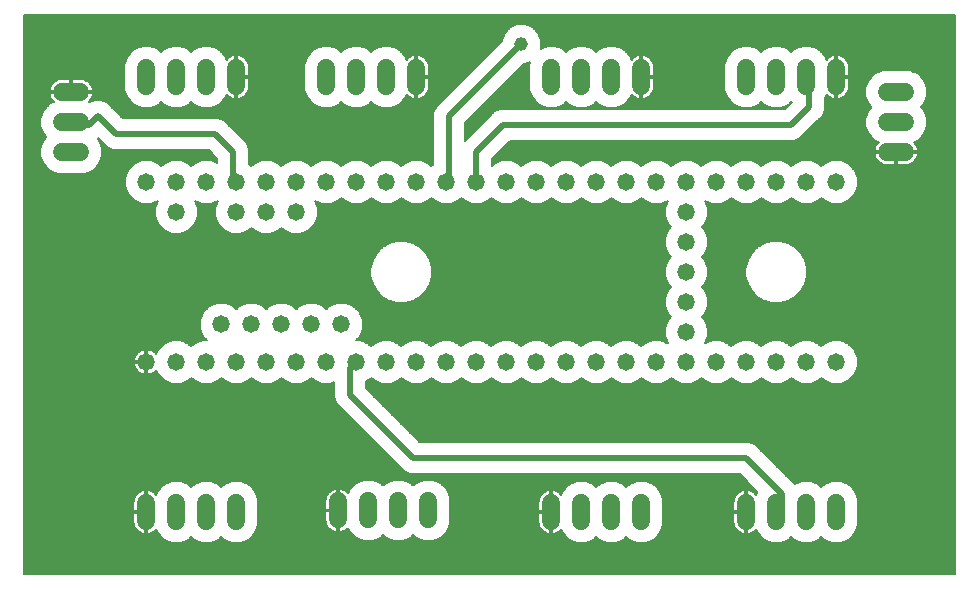
<source format=gtl>
G75*
%MOIN*%
%OFA0B0*%
%FSLAX25Y25*%
%IPPOS*%
%LPD*%
%AMOC8*
5,1,8,0,0,1.08239X$1,22.5*
%
%ADD10C,0.06000*%
%ADD11C,0.05800*%
%ADD12C,0.02000*%
%ADD13C,0.00600*%
%ADD14C,0.04600*%
D10*
X0091300Y0063300D02*
X0091300Y0069300D01*
X0101300Y0069300D02*
X0101300Y0063300D01*
X0111300Y0063300D02*
X0111300Y0069300D01*
X0121300Y0069300D02*
X0121300Y0063300D01*
X0155300Y0063800D02*
X0155300Y0069800D01*
X0165300Y0069800D02*
X0165300Y0063800D01*
X0175300Y0063800D02*
X0175300Y0069800D01*
X0185300Y0069800D02*
X0185300Y0063800D01*
X0226300Y0063300D02*
X0226300Y0069300D01*
X0236300Y0069300D02*
X0236300Y0063300D01*
X0246300Y0063300D02*
X0246300Y0069300D01*
X0256300Y0069300D02*
X0256300Y0063300D01*
X0291300Y0063300D02*
X0291300Y0069300D01*
X0301300Y0069300D02*
X0301300Y0063300D01*
X0311300Y0063300D02*
X0311300Y0069300D01*
X0321300Y0069300D02*
X0321300Y0063300D01*
X0338300Y0186300D02*
X0344300Y0186300D01*
X0344300Y0196300D02*
X0338300Y0196300D01*
X0338300Y0206300D02*
X0344300Y0206300D01*
X0321300Y0208300D02*
X0321300Y0214300D01*
X0311300Y0214300D02*
X0311300Y0208300D01*
X0301300Y0208300D02*
X0301300Y0214300D01*
X0291300Y0214300D02*
X0291300Y0208300D01*
X0256300Y0208300D02*
X0256300Y0214300D01*
X0246300Y0214300D02*
X0246300Y0208300D01*
X0236300Y0208300D02*
X0236300Y0214300D01*
X0226300Y0214300D02*
X0226300Y0208300D01*
X0181300Y0208300D02*
X0181300Y0214300D01*
X0171300Y0214300D02*
X0171300Y0208300D01*
X0161300Y0208300D02*
X0161300Y0214300D01*
X0151300Y0214300D02*
X0151300Y0208300D01*
X0121300Y0208300D02*
X0121300Y0214300D01*
X0111300Y0214300D02*
X0111300Y0208300D01*
X0101300Y0208300D02*
X0101300Y0214300D01*
X0091300Y0214300D02*
X0091300Y0208300D01*
X0069300Y0206300D02*
X0063300Y0206300D01*
X0063300Y0196300D02*
X0069300Y0196300D01*
X0069300Y0186300D02*
X0063300Y0186300D01*
D11*
X0091300Y0176300D03*
X0101300Y0176300D03*
X0111300Y0176300D03*
X0121300Y0176300D03*
X0131300Y0176300D03*
X0131300Y0166300D03*
X0121300Y0166300D03*
X0101300Y0166300D03*
X0141300Y0166300D03*
X0141300Y0176300D03*
X0151300Y0176300D03*
X0161300Y0176300D03*
X0171300Y0176300D03*
X0181300Y0176300D03*
X0191300Y0176300D03*
X0201300Y0176300D03*
X0211300Y0176300D03*
X0221300Y0176300D03*
X0231300Y0176300D03*
X0241300Y0176300D03*
X0251300Y0176300D03*
X0261300Y0176300D03*
X0271300Y0176300D03*
X0271300Y0166300D03*
X0281300Y0176300D03*
X0291300Y0176300D03*
X0301300Y0176300D03*
X0311300Y0176300D03*
X0321300Y0176300D03*
X0271300Y0156300D03*
X0271300Y0146300D03*
X0271300Y0136300D03*
X0271300Y0126300D03*
X0271300Y0116300D03*
X0261300Y0116300D03*
X0251300Y0116300D03*
X0241300Y0116300D03*
X0231300Y0116300D03*
X0221300Y0116300D03*
X0211300Y0116300D03*
X0201300Y0116300D03*
X0191300Y0116300D03*
X0181300Y0116300D03*
X0171300Y0116300D03*
X0161300Y0116300D03*
X0151300Y0116300D03*
X0141300Y0116300D03*
X0131300Y0116300D03*
X0121300Y0116300D03*
X0111300Y0116300D03*
X0101300Y0116300D03*
X0091300Y0116300D03*
X0116300Y0128800D03*
X0126300Y0128800D03*
X0136300Y0128800D03*
X0146300Y0128800D03*
X0156300Y0128800D03*
X0281300Y0116300D03*
X0291300Y0116300D03*
X0301300Y0116300D03*
X0311300Y0116300D03*
X0321300Y0116300D03*
D12*
X0291300Y0084300D02*
X0303300Y0072300D01*
X0303300Y0066300D01*
X0301300Y0066300D01*
X0291300Y0084300D02*
X0180300Y0084300D01*
X0159300Y0105300D01*
X0159300Y0114300D01*
X0161300Y0116300D01*
X0191300Y0176300D02*
X0192300Y0177300D01*
X0192300Y0198300D01*
X0216300Y0222300D01*
X0210300Y0195300D02*
X0306300Y0195300D01*
X0312300Y0201300D01*
X0312300Y0210300D01*
X0311300Y0211300D01*
X0210300Y0195300D02*
X0201300Y0186300D01*
X0201300Y0176300D01*
X0121300Y0176300D02*
X0120300Y0177300D01*
X0120300Y0186300D01*
X0114300Y0192300D01*
X0081300Y0192300D01*
X0075300Y0198300D01*
X0072300Y0195300D01*
X0066300Y0195300D01*
X0066300Y0196300D01*
D13*
X0050600Y0231961D02*
X0050600Y0045600D01*
X0360701Y0045600D01*
X0360701Y0231961D01*
X0050600Y0231961D01*
X0050600Y0231627D02*
X0360701Y0231627D01*
X0360701Y0231028D02*
X0050600Y0231028D01*
X0050600Y0230430D02*
X0360701Y0230430D01*
X0360701Y0229831D02*
X0050600Y0229831D01*
X0050600Y0229233D02*
X0360701Y0229233D01*
X0360701Y0228634D02*
X0218255Y0228634D01*
X0217613Y0228900D02*
X0214987Y0228900D01*
X0212561Y0227895D01*
X0210705Y0226039D01*
X0209700Y0223613D01*
X0209700Y0223195D01*
X0187807Y0201302D01*
X0187000Y0199354D01*
X0187000Y0182182D01*
X0186300Y0181482D01*
X0185378Y0182404D01*
X0182732Y0183500D01*
X0179868Y0183500D01*
X0177222Y0182404D01*
X0176300Y0181482D01*
X0175378Y0182404D01*
X0172732Y0183500D01*
X0169868Y0183500D01*
X0167222Y0182404D01*
X0166300Y0181482D01*
X0165378Y0182404D01*
X0162732Y0183500D01*
X0159868Y0183500D01*
X0157222Y0182404D01*
X0156300Y0181482D01*
X0155378Y0182404D01*
X0152732Y0183500D01*
X0149868Y0183500D01*
X0147222Y0182404D01*
X0146300Y0181482D01*
X0145378Y0182404D01*
X0142732Y0183500D01*
X0139868Y0183500D01*
X0137222Y0182404D01*
X0136300Y0181482D01*
X0135378Y0182404D01*
X0132732Y0183500D01*
X0129868Y0183500D01*
X0127222Y0182404D01*
X0126300Y0181482D01*
X0125600Y0182182D01*
X0125600Y0187354D01*
X0124793Y0189302D01*
X0118793Y0195302D01*
X0117302Y0196793D01*
X0115354Y0197600D01*
X0083495Y0197600D01*
X0079793Y0201302D01*
X0078302Y0202793D01*
X0076354Y0203600D01*
X0074246Y0203600D01*
X0072499Y0202876D01*
X0072116Y0203035D01*
X0072580Y0203499D01*
X0072978Y0204046D01*
X0073285Y0204649D01*
X0073494Y0205293D01*
X0073600Y0205962D01*
X0073600Y0206000D01*
X0066600Y0206000D01*
X0066600Y0206600D01*
X0066000Y0206600D01*
X0066000Y0210600D01*
X0062962Y0210600D01*
X0062293Y0210494D01*
X0061649Y0210285D01*
X0061046Y0209978D01*
X0060499Y0209580D01*
X0060020Y0209101D01*
X0059622Y0208554D01*
X0059315Y0207951D01*
X0059106Y0207307D01*
X0059000Y0206638D01*
X0059000Y0206600D01*
X0066000Y0206600D01*
X0066000Y0206000D01*
X0059000Y0206000D01*
X0059000Y0205962D01*
X0059106Y0205293D01*
X0059315Y0204649D01*
X0059622Y0204046D01*
X0060020Y0203499D01*
X0060484Y0203035D01*
X0059165Y0202489D01*
X0057111Y0200435D01*
X0056000Y0197752D01*
X0056000Y0194848D01*
X0057111Y0192165D01*
X0057976Y0191300D01*
X0057111Y0190435D01*
X0056000Y0187752D01*
X0056000Y0184848D01*
X0057111Y0182165D01*
X0059165Y0180111D01*
X0061848Y0179000D01*
X0070752Y0179000D01*
X0073435Y0180111D01*
X0075489Y0182165D01*
X0076600Y0184848D01*
X0076600Y0187752D01*
X0075489Y0190435D01*
X0075171Y0190753D01*
X0075299Y0190806D01*
X0078298Y0187807D01*
X0080246Y0187000D01*
X0112105Y0187000D01*
X0115000Y0184105D01*
X0115000Y0182561D01*
X0112732Y0183500D01*
X0109868Y0183500D01*
X0107222Y0182404D01*
X0106300Y0181482D01*
X0105378Y0182404D01*
X0102732Y0183500D01*
X0099868Y0183500D01*
X0097222Y0182404D01*
X0096300Y0181482D01*
X0095378Y0182404D01*
X0092732Y0183500D01*
X0089868Y0183500D01*
X0087222Y0182404D01*
X0085196Y0180378D01*
X0084100Y0177732D01*
X0084100Y0174868D01*
X0085196Y0172222D01*
X0087222Y0170196D01*
X0089868Y0169100D01*
X0092732Y0169100D01*
X0095067Y0170067D01*
X0094100Y0167732D01*
X0094100Y0164868D01*
X0095196Y0162222D01*
X0097222Y0160196D01*
X0099868Y0159100D01*
X0102732Y0159100D01*
X0105378Y0160196D01*
X0107404Y0162222D01*
X0108500Y0164868D01*
X0108500Y0167732D01*
X0107533Y0170067D01*
X0109868Y0169100D01*
X0112732Y0169100D01*
X0115067Y0170067D01*
X0114100Y0167732D01*
X0114100Y0164868D01*
X0115196Y0162222D01*
X0117222Y0160196D01*
X0119868Y0159100D01*
X0122732Y0159100D01*
X0125378Y0160196D01*
X0126300Y0161118D01*
X0127222Y0160196D01*
X0129868Y0159100D01*
X0132732Y0159100D01*
X0135378Y0160196D01*
X0136300Y0161118D01*
X0137222Y0160196D01*
X0139868Y0159100D01*
X0142732Y0159100D01*
X0145378Y0160196D01*
X0147404Y0162222D01*
X0148500Y0164868D01*
X0148500Y0167732D01*
X0147533Y0170067D01*
X0149868Y0169100D01*
X0152732Y0169100D01*
X0155378Y0170196D01*
X0156300Y0171118D01*
X0157222Y0170196D01*
X0159868Y0169100D01*
X0162732Y0169100D01*
X0165378Y0170196D01*
X0166300Y0171118D01*
X0167222Y0170196D01*
X0169868Y0169100D01*
X0172732Y0169100D01*
X0175378Y0170196D01*
X0176300Y0171118D01*
X0177222Y0170196D01*
X0179868Y0169100D01*
X0182732Y0169100D01*
X0185378Y0170196D01*
X0186300Y0171118D01*
X0187222Y0170196D01*
X0189868Y0169100D01*
X0192732Y0169100D01*
X0195378Y0170196D01*
X0196300Y0171118D01*
X0197222Y0170196D01*
X0199868Y0169100D01*
X0202732Y0169100D01*
X0205378Y0170196D01*
X0206300Y0171118D01*
X0207222Y0170196D01*
X0209868Y0169100D01*
X0212732Y0169100D01*
X0215378Y0170196D01*
X0216300Y0171118D01*
X0217222Y0170196D01*
X0219868Y0169100D01*
X0222732Y0169100D01*
X0225378Y0170196D01*
X0226300Y0171118D01*
X0227222Y0170196D01*
X0229868Y0169100D01*
X0232732Y0169100D01*
X0235378Y0170196D01*
X0236300Y0171118D01*
X0237222Y0170196D01*
X0239868Y0169100D01*
X0242732Y0169100D01*
X0245378Y0170196D01*
X0246300Y0171118D01*
X0247222Y0170196D01*
X0249868Y0169100D01*
X0252732Y0169100D01*
X0255378Y0170196D01*
X0256300Y0171118D01*
X0257222Y0170196D01*
X0259868Y0169100D01*
X0262732Y0169100D01*
X0265067Y0170067D01*
X0264100Y0167732D01*
X0264100Y0164868D01*
X0265196Y0162222D01*
X0266118Y0161300D01*
X0265196Y0160378D01*
X0264100Y0157732D01*
X0264100Y0154868D01*
X0265196Y0152222D01*
X0266118Y0151300D01*
X0265196Y0150378D01*
X0264100Y0147732D01*
X0264100Y0144868D01*
X0265196Y0142222D01*
X0266118Y0141300D01*
X0265196Y0140378D01*
X0264100Y0137732D01*
X0264100Y0134868D01*
X0265196Y0132222D01*
X0266118Y0131300D01*
X0265196Y0130378D01*
X0264100Y0127732D01*
X0264100Y0124868D01*
X0265067Y0122533D01*
X0262732Y0123500D01*
X0259868Y0123500D01*
X0257222Y0122404D01*
X0256300Y0121482D01*
X0255378Y0122404D01*
X0252732Y0123500D01*
X0249868Y0123500D01*
X0247222Y0122404D01*
X0246300Y0121482D01*
X0245378Y0122404D01*
X0242732Y0123500D01*
X0239868Y0123500D01*
X0237222Y0122404D01*
X0236300Y0121482D01*
X0235378Y0122404D01*
X0232732Y0123500D01*
X0229868Y0123500D01*
X0227222Y0122404D01*
X0226300Y0121482D01*
X0225378Y0122404D01*
X0222732Y0123500D01*
X0219868Y0123500D01*
X0217222Y0122404D01*
X0216300Y0121482D01*
X0215378Y0122404D01*
X0212732Y0123500D01*
X0209868Y0123500D01*
X0207222Y0122404D01*
X0206300Y0121482D01*
X0205378Y0122404D01*
X0202732Y0123500D01*
X0199868Y0123500D01*
X0197222Y0122404D01*
X0196300Y0121482D01*
X0195378Y0122404D01*
X0192732Y0123500D01*
X0189868Y0123500D01*
X0187222Y0122404D01*
X0186300Y0121482D01*
X0185378Y0122404D01*
X0182732Y0123500D01*
X0179868Y0123500D01*
X0177222Y0122404D01*
X0176300Y0121482D01*
X0175378Y0122404D01*
X0172732Y0123500D01*
X0169868Y0123500D01*
X0167222Y0122404D01*
X0166300Y0121482D01*
X0165378Y0122404D01*
X0162732Y0123500D01*
X0161182Y0123500D01*
X0162404Y0124722D01*
X0163500Y0127368D01*
X0163500Y0130232D01*
X0162404Y0132878D01*
X0160378Y0134904D01*
X0157732Y0136000D01*
X0154868Y0136000D01*
X0152222Y0134904D01*
X0151300Y0133982D01*
X0150378Y0134904D01*
X0147732Y0136000D01*
X0144868Y0136000D01*
X0142222Y0134904D01*
X0141300Y0133982D01*
X0140378Y0134904D01*
X0137732Y0136000D01*
X0134868Y0136000D01*
X0132222Y0134904D01*
X0131300Y0133982D01*
X0130378Y0134904D01*
X0127732Y0136000D01*
X0124868Y0136000D01*
X0122222Y0134904D01*
X0121300Y0133982D01*
X0120378Y0134904D01*
X0117732Y0136000D01*
X0114868Y0136000D01*
X0112222Y0134904D01*
X0110196Y0132878D01*
X0109100Y0130232D01*
X0109100Y0127368D01*
X0110196Y0124722D01*
X0111418Y0123500D01*
X0109868Y0123500D01*
X0107222Y0122404D01*
X0106300Y0121482D01*
X0105378Y0122404D01*
X0102732Y0123500D01*
X0099868Y0123500D01*
X0097222Y0122404D01*
X0095196Y0120378D01*
X0094591Y0118916D01*
X0094504Y0119036D01*
X0094036Y0119504D01*
X0093501Y0119892D01*
X0092912Y0120192D01*
X0092284Y0120397D01*
X0091631Y0120500D01*
X0091600Y0120500D01*
X0091600Y0116600D01*
X0091000Y0116600D01*
X0091000Y0120500D01*
X0090969Y0120500D01*
X0090316Y0120397D01*
X0089688Y0120192D01*
X0089099Y0119892D01*
X0088564Y0119504D01*
X0088096Y0119036D01*
X0087708Y0118501D01*
X0087408Y0117912D01*
X0087203Y0117284D01*
X0087100Y0116631D01*
X0087100Y0116600D01*
X0091000Y0116600D01*
X0091000Y0116000D01*
X0091600Y0116000D01*
X0091600Y0112100D01*
X0091631Y0112100D01*
X0092284Y0112203D01*
X0092912Y0112408D01*
X0093501Y0112708D01*
X0094036Y0113096D01*
X0094504Y0113564D01*
X0094591Y0113684D01*
X0095196Y0112222D01*
X0097222Y0110196D01*
X0099868Y0109100D01*
X0102732Y0109100D01*
X0105378Y0110196D01*
X0106300Y0111118D01*
X0107222Y0110196D01*
X0109868Y0109100D01*
X0112732Y0109100D01*
X0115378Y0110196D01*
X0116300Y0111118D01*
X0117222Y0110196D01*
X0119868Y0109100D01*
X0122732Y0109100D01*
X0125378Y0110196D01*
X0126300Y0111118D01*
X0127222Y0110196D01*
X0129868Y0109100D01*
X0132732Y0109100D01*
X0135378Y0110196D01*
X0136300Y0111118D01*
X0137222Y0110196D01*
X0139868Y0109100D01*
X0142732Y0109100D01*
X0145378Y0110196D01*
X0146300Y0111118D01*
X0147222Y0110196D01*
X0149868Y0109100D01*
X0152732Y0109100D01*
X0154000Y0109625D01*
X0154000Y0104246D01*
X0154807Y0102298D01*
X0175807Y0081298D01*
X0177298Y0079807D01*
X0179246Y0079000D01*
X0289105Y0079000D01*
X0294982Y0073123D01*
X0294565Y0072116D01*
X0294101Y0072580D01*
X0293554Y0072978D01*
X0292951Y0073285D01*
X0292307Y0073494D01*
X0291638Y0073600D01*
X0291600Y0073600D01*
X0291600Y0066600D01*
X0291000Y0066600D01*
X0291000Y0073600D01*
X0290962Y0073600D01*
X0290293Y0073494D01*
X0289649Y0073285D01*
X0289046Y0072978D01*
X0288499Y0072580D01*
X0288020Y0072101D01*
X0287622Y0071554D01*
X0287315Y0070951D01*
X0287106Y0070307D01*
X0287000Y0069638D01*
X0287000Y0066600D01*
X0291000Y0066600D01*
X0291000Y0066000D01*
X0291600Y0066000D01*
X0291600Y0059000D01*
X0291638Y0059000D01*
X0292307Y0059106D01*
X0292951Y0059315D01*
X0293554Y0059622D01*
X0294101Y0060020D01*
X0294565Y0060484D01*
X0295111Y0059165D01*
X0297165Y0057111D01*
X0299848Y0056000D01*
X0302752Y0056000D01*
X0305435Y0057111D01*
X0306300Y0057976D01*
X0307165Y0057111D01*
X0309848Y0056000D01*
X0312752Y0056000D01*
X0315435Y0057111D01*
X0316300Y0057976D01*
X0317165Y0057111D01*
X0319848Y0056000D01*
X0322752Y0056000D01*
X0325435Y0057111D01*
X0327489Y0059165D01*
X0328600Y0061848D01*
X0328600Y0070752D01*
X0327489Y0073435D01*
X0325435Y0075489D01*
X0322752Y0076600D01*
X0319848Y0076600D01*
X0317165Y0075489D01*
X0316300Y0074624D01*
X0315435Y0075489D01*
X0312752Y0076600D01*
X0309848Y0076600D01*
X0307477Y0075618D01*
X0306302Y0076793D01*
X0294302Y0088793D01*
X0292354Y0089600D01*
X0182495Y0089600D01*
X0164600Y0107495D01*
X0164600Y0109874D01*
X0165378Y0110196D01*
X0166300Y0111118D01*
X0167222Y0110196D01*
X0169868Y0109100D01*
X0172732Y0109100D01*
X0175378Y0110196D01*
X0176300Y0111118D01*
X0177222Y0110196D01*
X0179868Y0109100D01*
X0182732Y0109100D01*
X0185378Y0110196D01*
X0186300Y0111118D01*
X0187222Y0110196D01*
X0189868Y0109100D01*
X0192732Y0109100D01*
X0195378Y0110196D01*
X0196300Y0111118D01*
X0197222Y0110196D01*
X0199868Y0109100D01*
X0202732Y0109100D01*
X0205378Y0110196D01*
X0206300Y0111118D01*
X0207222Y0110196D01*
X0209868Y0109100D01*
X0212732Y0109100D01*
X0215378Y0110196D01*
X0216300Y0111118D01*
X0217222Y0110196D01*
X0219868Y0109100D01*
X0222732Y0109100D01*
X0225378Y0110196D01*
X0226300Y0111118D01*
X0227222Y0110196D01*
X0229868Y0109100D01*
X0232732Y0109100D01*
X0235378Y0110196D01*
X0236300Y0111118D01*
X0237222Y0110196D01*
X0239868Y0109100D01*
X0242732Y0109100D01*
X0245378Y0110196D01*
X0246300Y0111118D01*
X0247222Y0110196D01*
X0249868Y0109100D01*
X0252732Y0109100D01*
X0255378Y0110196D01*
X0256300Y0111118D01*
X0257222Y0110196D01*
X0259868Y0109100D01*
X0262732Y0109100D01*
X0265378Y0110196D01*
X0266300Y0111118D01*
X0267222Y0110196D01*
X0269868Y0109100D01*
X0272732Y0109100D01*
X0275378Y0110196D01*
X0276300Y0111118D01*
X0277222Y0110196D01*
X0279868Y0109100D01*
X0282732Y0109100D01*
X0285378Y0110196D01*
X0286300Y0111118D01*
X0287222Y0110196D01*
X0289868Y0109100D01*
X0292732Y0109100D01*
X0295378Y0110196D01*
X0296300Y0111118D01*
X0297222Y0110196D01*
X0299868Y0109100D01*
X0302732Y0109100D01*
X0305378Y0110196D01*
X0306300Y0111118D01*
X0307222Y0110196D01*
X0309868Y0109100D01*
X0312732Y0109100D01*
X0315378Y0110196D01*
X0316300Y0111118D01*
X0317222Y0110196D01*
X0319868Y0109100D01*
X0322732Y0109100D01*
X0325378Y0110196D01*
X0327404Y0112222D01*
X0328500Y0114868D01*
X0328500Y0117732D01*
X0327404Y0120378D01*
X0325378Y0122404D01*
X0322732Y0123500D01*
X0319868Y0123500D01*
X0317222Y0122404D01*
X0316300Y0121482D01*
X0315378Y0122404D01*
X0312732Y0123500D01*
X0309868Y0123500D01*
X0307222Y0122404D01*
X0306300Y0121482D01*
X0305378Y0122404D01*
X0302732Y0123500D01*
X0299868Y0123500D01*
X0297222Y0122404D01*
X0296300Y0121482D01*
X0295378Y0122404D01*
X0292732Y0123500D01*
X0289868Y0123500D01*
X0287222Y0122404D01*
X0286300Y0121482D01*
X0285378Y0122404D01*
X0282732Y0123500D01*
X0279868Y0123500D01*
X0277533Y0122533D01*
X0278500Y0124868D01*
X0278500Y0127732D01*
X0277404Y0130378D01*
X0276482Y0131300D01*
X0277404Y0132222D01*
X0278500Y0134868D01*
X0278500Y0137732D01*
X0277404Y0140378D01*
X0276482Y0141300D01*
X0277404Y0142222D01*
X0278500Y0144868D01*
X0278500Y0147732D01*
X0277404Y0150378D01*
X0276482Y0151300D01*
X0277404Y0152222D01*
X0278500Y0154868D01*
X0278500Y0157732D01*
X0277404Y0160378D01*
X0276482Y0161300D01*
X0277404Y0162222D01*
X0278500Y0164868D01*
X0278500Y0167732D01*
X0277533Y0170067D01*
X0279868Y0169100D01*
X0282732Y0169100D01*
X0285378Y0170196D01*
X0286300Y0171118D01*
X0287222Y0170196D01*
X0289868Y0169100D01*
X0292732Y0169100D01*
X0295378Y0170196D01*
X0296300Y0171118D01*
X0297222Y0170196D01*
X0299868Y0169100D01*
X0302732Y0169100D01*
X0305378Y0170196D01*
X0306300Y0171118D01*
X0307222Y0170196D01*
X0309868Y0169100D01*
X0312732Y0169100D01*
X0315378Y0170196D01*
X0316300Y0171118D01*
X0317222Y0170196D01*
X0319868Y0169100D01*
X0322732Y0169100D01*
X0325378Y0170196D01*
X0327404Y0172222D01*
X0328500Y0174868D01*
X0328500Y0177732D01*
X0327404Y0180378D01*
X0325378Y0182404D01*
X0322732Y0183500D01*
X0319868Y0183500D01*
X0317222Y0182404D01*
X0316300Y0181482D01*
X0315378Y0182404D01*
X0312732Y0183500D01*
X0309868Y0183500D01*
X0307222Y0182404D01*
X0306300Y0181482D01*
X0305378Y0182404D01*
X0302732Y0183500D01*
X0299868Y0183500D01*
X0297222Y0182404D01*
X0296300Y0181482D01*
X0295378Y0182404D01*
X0292732Y0183500D01*
X0289868Y0183500D01*
X0287222Y0182404D01*
X0286300Y0181482D01*
X0285378Y0182404D01*
X0282732Y0183500D01*
X0279868Y0183500D01*
X0277222Y0182404D01*
X0276300Y0181482D01*
X0275378Y0182404D01*
X0272732Y0183500D01*
X0269868Y0183500D01*
X0267222Y0182404D01*
X0266300Y0181482D01*
X0265378Y0182404D01*
X0262732Y0183500D01*
X0259868Y0183500D01*
X0257222Y0182404D01*
X0256300Y0181482D01*
X0255378Y0182404D01*
X0252732Y0183500D01*
X0249868Y0183500D01*
X0247222Y0182404D01*
X0246300Y0181482D01*
X0245378Y0182404D01*
X0242732Y0183500D01*
X0239868Y0183500D01*
X0237222Y0182404D01*
X0236300Y0181482D01*
X0235378Y0182404D01*
X0232732Y0183500D01*
X0229868Y0183500D01*
X0227222Y0182404D01*
X0226300Y0181482D01*
X0225378Y0182404D01*
X0222732Y0183500D01*
X0219868Y0183500D01*
X0217222Y0182404D01*
X0216300Y0181482D01*
X0215378Y0182404D01*
X0212732Y0183500D01*
X0209868Y0183500D01*
X0207222Y0182404D01*
X0206600Y0181782D01*
X0206600Y0184105D01*
X0212495Y0190000D01*
X0307354Y0190000D01*
X0309302Y0190807D01*
X0315302Y0196807D01*
X0316793Y0198298D01*
X0317600Y0200246D01*
X0317600Y0204434D01*
X0318035Y0205484D01*
X0318499Y0205020D01*
X0319046Y0204622D01*
X0319649Y0204315D01*
X0320293Y0204106D01*
X0320962Y0204000D01*
X0321000Y0204000D01*
X0321000Y0211000D01*
X0321600Y0211000D01*
X0321600Y0211600D01*
X0321000Y0211600D01*
X0321000Y0218600D01*
X0320962Y0218600D01*
X0320293Y0218494D01*
X0319649Y0218285D01*
X0319046Y0217978D01*
X0318499Y0217580D01*
X0318035Y0217116D01*
X0317489Y0218435D01*
X0315435Y0220489D01*
X0312752Y0221600D01*
X0309848Y0221600D01*
X0307165Y0220489D01*
X0306300Y0219624D01*
X0305435Y0220489D01*
X0302752Y0221600D01*
X0299848Y0221600D01*
X0297165Y0220489D01*
X0296300Y0219624D01*
X0295435Y0220489D01*
X0292752Y0221600D01*
X0289848Y0221600D01*
X0287165Y0220489D01*
X0285111Y0218435D01*
X0284000Y0215752D01*
X0284000Y0206848D01*
X0285111Y0204165D01*
X0287165Y0202111D01*
X0289848Y0201000D01*
X0292752Y0201000D01*
X0295435Y0202111D01*
X0296300Y0202976D01*
X0297165Y0202111D01*
X0299848Y0201000D01*
X0302752Y0201000D01*
X0305435Y0202111D01*
X0306300Y0202976D01*
X0306390Y0202886D01*
X0304105Y0200600D01*
X0209246Y0200600D01*
X0207298Y0199793D01*
X0205807Y0198302D01*
X0197600Y0190095D01*
X0197600Y0196105D01*
X0217195Y0215700D01*
X0217613Y0215700D01*
X0219261Y0216383D01*
X0219000Y0215752D01*
X0219000Y0206848D01*
X0220111Y0204165D01*
X0222165Y0202111D01*
X0224848Y0201000D01*
X0227752Y0201000D01*
X0230435Y0202111D01*
X0231300Y0202976D01*
X0232165Y0202111D01*
X0234848Y0201000D01*
X0237752Y0201000D01*
X0240435Y0202111D01*
X0241300Y0202976D01*
X0242165Y0202111D01*
X0244848Y0201000D01*
X0247752Y0201000D01*
X0250435Y0202111D01*
X0252489Y0204165D01*
X0253035Y0205484D01*
X0253499Y0205020D01*
X0254046Y0204622D01*
X0254649Y0204315D01*
X0255293Y0204106D01*
X0255962Y0204000D01*
X0256000Y0204000D01*
X0256000Y0211000D01*
X0256600Y0211000D01*
X0256600Y0211600D01*
X0260600Y0211600D01*
X0260600Y0214638D01*
X0260494Y0215307D01*
X0260285Y0215951D01*
X0259978Y0216554D01*
X0259580Y0217101D01*
X0259101Y0217580D01*
X0258554Y0217978D01*
X0257951Y0218285D01*
X0257307Y0218494D01*
X0256638Y0218600D01*
X0256600Y0218600D01*
X0256600Y0211600D01*
X0256000Y0211600D01*
X0256000Y0218600D01*
X0255962Y0218600D01*
X0255293Y0218494D01*
X0254649Y0218285D01*
X0254046Y0217978D01*
X0253499Y0217580D01*
X0253035Y0217116D01*
X0252489Y0218435D01*
X0250435Y0220489D01*
X0247752Y0221600D01*
X0244848Y0221600D01*
X0242165Y0220489D01*
X0241300Y0219624D01*
X0240435Y0220489D01*
X0237752Y0221600D01*
X0234848Y0221600D01*
X0232165Y0220489D01*
X0231300Y0219624D01*
X0230435Y0220489D01*
X0227752Y0221600D01*
X0224848Y0221600D01*
X0222803Y0220753D01*
X0222900Y0220987D01*
X0222900Y0223613D01*
X0221895Y0226039D01*
X0220039Y0227895D01*
X0217613Y0228900D01*
X0219700Y0228036D02*
X0360701Y0228036D01*
X0360701Y0227437D02*
X0220497Y0227437D01*
X0221095Y0226839D02*
X0360701Y0226839D01*
X0360701Y0226240D02*
X0221694Y0226240D01*
X0222060Y0225641D02*
X0360701Y0225641D01*
X0360701Y0225043D02*
X0222308Y0225043D01*
X0222556Y0224444D02*
X0360701Y0224444D01*
X0360701Y0223846D02*
X0222803Y0223846D01*
X0222900Y0223247D02*
X0360701Y0223247D01*
X0360701Y0222649D02*
X0222900Y0222649D01*
X0222900Y0222050D02*
X0360701Y0222050D01*
X0360701Y0221452D02*
X0313110Y0221452D01*
X0314555Y0220853D02*
X0360701Y0220853D01*
X0360701Y0220255D02*
X0315669Y0220255D01*
X0316267Y0219656D02*
X0360701Y0219656D01*
X0360701Y0219058D02*
X0316866Y0219058D01*
X0317464Y0218459D02*
X0320186Y0218459D01*
X0321000Y0218459D02*
X0321600Y0218459D01*
X0321600Y0218600D02*
X0321600Y0211600D01*
X0325600Y0211600D01*
X0325600Y0214638D01*
X0325494Y0215307D01*
X0325285Y0215951D01*
X0324978Y0216554D01*
X0324580Y0217101D01*
X0324101Y0217580D01*
X0323554Y0217978D01*
X0322951Y0218285D01*
X0322307Y0218494D01*
X0321638Y0218600D01*
X0321600Y0218600D01*
X0321600Y0217861D02*
X0321000Y0217861D01*
X0321000Y0217262D02*
X0321600Y0217262D01*
X0321600Y0216664D02*
X0321000Y0216664D01*
X0321000Y0216065D02*
X0321600Y0216065D01*
X0321600Y0215467D02*
X0321000Y0215467D01*
X0321000Y0214868D02*
X0321600Y0214868D01*
X0321600Y0214270D02*
X0321000Y0214270D01*
X0321000Y0213671D02*
X0321600Y0213671D01*
X0321600Y0213073D02*
X0321000Y0213073D01*
X0321000Y0212474D02*
X0321600Y0212474D01*
X0321600Y0211876D02*
X0321000Y0211876D01*
X0321600Y0211277D02*
X0332953Y0211277D01*
X0332355Y0210679D02*
X0325600Y0210679D01*
X0325600Y0211000D02*
X0321600Y0211000D01*
X0321600Y0204000D01*
X0321638Y0204000D01*
X0322307Y0204106D01*
X0322951Y0204315D01*
X0323554Y0204622D01*
X0324101Y0205020D01*
X0324580Y0205499D01*
X0324978Y0206046D01*
X0325285Y0206649D01*
X0325494Y0207293D01*
X0325600Y0207962D01*
X0325600Y0211000D01*
X0325600Y0211876D02*
X0333552Y0211876D01*
X0334150Y0212474D02*
X0325600Y0212474D01*
X0325600Y0213073D02*
X0335575Y0213073D01*
X0336848Y0213600D02*
X0334165Y0212489D01*
X0332111Y0210435D01*
X0331000Y0207752D01*
X0331000Y0204848D01*
X0332111Y0202165D01*
X0332976Y0201300D01*
X0332111Y0200435D01*
X0331000Y0197752D01*
X0331000Y0194848D01*
X0332111Y0192165D01*
X0334165Y0190111D01*
X0335484Y0189565D01*
X0335020Y0189101D01*
X0334622Y0188554D01*
X0334315Y0187951D01*
X0334106Y0187307D01*
X0334000Y0186638D01*
X0334000Y0186600D01*
X0341000Y0186600D01*
X0341000Y0186000D01*
X0341600Y0186000D01*
X0341600Y0186600D01*
X0348600Y0186600D01*
X0348600Y0186638D01*
X0348494Y0187307D01*
X0348285Y0187951D01*
X0347978Y0188554D01*
X0347580Y0189101D01*
X0347116Y0189565D01*
X0348435Y0190111D01*
X0350489Y0192165D01*
X0351600Y0194848D01*
X0351600Y0197752D01*
X0350489Y0200435D01*
X0349624Y0201300D01*
X0350489Y0202165D01*
X0351600Y0204848D01*
X0351600Y0207752D01*
X0350489Y0210435D01*
X0348435Y0212489D01*
X0345752Y0213600D01*
X0336848Y0213600D01*
X0331964Y0210080D02*
X0325600Y0210080D01*
X0325600Y0209482D02*
X0331716Y0209482D01*
X0331469Y0208883D02*
X0325600Y0208883D01*
X0325600Y0208285D02*
X0331221Y0208285D01*
X0331000Y0207686D02*
X0325556Y0207686D01*
X0325427Y0207088D02*
X0331000Y0207088D01*
X0331000Y0206489D02*
X0325203Y0206489D01*
X0324865Y0205891D02*
X0331000Y0205891D01*
X0331000Y0205292D02*
X0324373Y0205292D01*
X0323652Y0204694D02*
X0331064Y0204694D01*
X0331312Y0204095D02*
X0322239Y0204095D01*
X0321600Y0204095D02*
X0321000Y0204095D01*
X0321000Y0204694D02*
X0321600Y0204694D01*
X0321600Y0205292D02*
X0321000Y0205292D01*
X0321000Y0205891D02*
X0321600Y0205891D01*
X0321600Y0206489D02*
X0321000Y0206489D01*
X0321000Y0207088D02*
X0321600Y0207088D01*
X0321600Y0207686D02*
X0321000Y0207686D01*
X0321000Y0208285D02*
X0321600Y0208285D01*
X0321600Y0208883D02*
X0321000Y0208883D01*
X0321000Y0209482D02*
X0321600Y0209482D01*
X0321600Y0210080D02*
X0321000Y0210080D01*
X0321000Y0210679D02*
X0321600Y0210679D01*
X0325600Y0213671D02*
X0360701Y0213671D01*
X0360701Y0213073D02*
X0347025Y0213073D01*
X0348450Y0212474D02*
X0360701Y0212474D01*
X0360701Y0211876D02*
X0349048Y0211876D01*
X0349647Y0211277D02*
X0360701Y0211277D01*
X0360701Y0210679D02*
X0350245Y0210679D01*
X0350636Y0210080D02*
X0360701Y0210080D01*
X0360701Y0209482D02*
X0350884Y0209482D01*
X0351131Y0208883D02*
X0360701Y0208883D01*
X0360701Y0208285D02*
X0351379Y0208285D01*
X0351600Y0207686D02*
X0360701Y0207686D01*
X0360701Y0207088D02*
X0351600Y0207088D01*
X0351600Y0206489D02*
X0360701Y0206489D01*
X0360701Y0205891D02*
X0351600Y0205891D01*
X0351600Y0205292D02*
X0360701Y0205292D01*
X0360701Y0204694D02*
X0351536Y0204694D01*
X0351288Y0204095D02*
X0360701Y0204095D01*
X0360701Y0203497D02*
X0351040Y0203497D01*
X0350792Y0202898D02*
X0360701Y0202898D01*
X0360701Y0202300D02*
X0350544Y0202300D01*
X0350025Y0201701D02*
X0360701Y0201701D01*
X0360701Y0201103D02*
X0349821Y0201103D01*
X0350420Y0200504D02*
X0360701Y0200504D01*
X0360701Y0199905D02*
X0350708Y0199905D01*
X0350956Y0199307D02*
X0360701Y0199307D01*
X0360701Y0198708D02*
X0351204Y0198708D01*
X0351452Y0198110D02*
X0360701Y0198110D01*
X0360701Y0197511D02*
X0351600Y0197511D01*
X0351600Y0196913D02*
X0360701Y0196913D01*
X0360701Y0196314D02*
X0351600Y0196314D01*
X0351600Y0195716D02*
X0360701Y0195716D01*
X0360701Y0195117D02*
X0351600Y0195117D01*
X0351464Y0194519D02*
X0360701Y0194519D01*
X0360701Y0193920D02*
X0351216Y0193920D01*
X0350968Y0193322D02*
X0360701Y0193322D01*
X0360701Y0192723D02*
X0350720Y0192723D01*
X0350449Y0192125D02*
X0360701Y0192125D01*
X0360701Y0191526D02*
X0349850Y0191526D01*
X0349252Y0190928D02*
X0360701Y0190928D01*
X0360701Y0190329D02*
X0348653Y0190329D01*
X0347516Y0189731D02*
X0360701Y0189731D01*
X0360701Y0189132D02*
X0347549Y0189132D01*
X0347988Y0188534D02*
X0360701Y0188534D01*
X0360701Y0187935D02*
X0348290Y0187935D01*
X0348484Y0187337D02*
X0360701Y0187337D01*
X0360701Y0186738D02*
X0348584Y0186738D01*
X0348600Y0186000D02*
X0341600Y0186000D01*
X0341600Y0182000D01*
X0344638Y0182000D01*
X0345307Y0182106D01*
X0345951Y0182315D01*
X0346554Y0182622D01*
X0347101Y0183020D01*
X0347580Y0183499D01*
X0347978Y0184046D01*
X0348285Y0184649D01*
X0348494Y0185293D01*
X0348600Y0185962D01*
X0348600Y0186000D01*
X0348533Y0185541D02*
X0360701Y0185541D01*
X0360701Y0184943D02*
X0348380Y0184943D01*
X0348129Y0184344D02*
X0360701Y0184344D01*
X0360701Y0183746D02*
X0347759Y0183746D01*
X0347228Y0183147D02*
X0360701Y0183147D01*
X0360701Y0182549D02*
X0346409Y0182549D01*
X0341600Y0182549D02*
X0341000Y0182549D01*
X0341000Y0182000D02*
X0341000Y0186000D01*
X0334000Y0186000D01*
X0334000Y0185962D01*
X0334106Y0185293D01*
X0334315Y0184649D01*
X0334622Y0184046D01*
X0335020Y0183499D01*
X0335499Y0183020D01*
X0336046Y0182622D01*
X0336649Y0182315D01*
X0337293Y0182106D01*
X0337962Y0182000D01*
X0341000Y0182000D01*
X0341000Y0183147D02*
X0341600Y0183147D01*
X0341600Y0183746D02*
X0341000Y0183746D01*
X0341000Y0184344D02*
X0341600Y0184344D01*
X0341600Y0184943D02*
X0341000Y0184943D01*
X0341000Y0185541D02*
X0341600Y0185541D01*
X0341600Y0186140D02*
X0360701Y0186140D01*
X0360701Y0181950D02*
X0325832Y0181950D01*
X0326431Y0181352D02*
X0360701Y0181352D01*
X0360701Y0180753D02*
X0327029Y0180753D01*
X0327497Y0180155D02*
X0360701Y0180155D01*
X0360701Y0179556D02*
X0327744Y0179556D01*
X0327992Y0178958D02*
X0360701Y0178958D01*
X0360701Y0178359D02*
X0328240Y0178359D01*
X0328488Y0177761D02*
X0360701Y0177761D01*
X0360701Y0177162D02*
X0328500Y0177162D01*
X0328500Y0176564D02*
X0360701Y0176564D01*
X0360701Y0175965D02*
X0328500Y0175965D01*
X0328500Y0175367D02*
X0360701Y0175367D01*
X0360701Y0174768D02*
X0328459Y0174768D01*
X0328211Y0174170D02*
X0360701Y0174170D01*
X0360701Y0173571D02*
X0327963Y0173571D01*
X0327715Y0172972D02*
X0360701Y0172972D01*
X0360701Y0172374D02*
X0327467Y0172374D01*
X0326958Y0171775D02*
X0360701Y0171775D01*
X0360701Y0171177D02*
X0326359Y0171177D01*
X0325761Y0170578D02*
X0360701Y0170578D01*
X0360701Y0169980D02*
X0324857Y0169980D01*
X0323412Y0169381D02*
X0360701Y0169381D01*
X0360701Y0168783D02*
X0278065Y0168783D01*
X0278313Y0168184D02*
X0360701Y0168184D01*
X0360701Y0167586D02*
X0278500Y0167586D01*
X0278500Y0166987D02*
X0360701Y0166987D01*
X0360701Y0166389D02*
X0278500Y0166389D01*
X0278500Y0165790D02*
X0360701Y0165790D01*
X0360701Y0165192D02*
X0278500Y0165192D01*
X0278386Y0164593D02*
X0360701Y0164593D01*
X0360701Y0163995D02*
X0278138Y0163995D01*
X0277890Y0163396D02*
X0360701Y0163396D01*
X0360701Y0162798D02*
X0277643Y0162798D01*
X0277382Y0162199D02*
X0360701Y0162199D01*
X0360701Y0161601D02*
X0276783Y0161601D01*
X0276780Y0161002D02*
X0360701Y0161002D01*
X0360701Y0160404D02*
X0277379Y0160404D01*
X0277641Y0159805D02*
X0360701Y0159805D01*
X0360701Y0159207D02*
X0277889Y0159207D01*
X0278137Y0158608D02*
X0360701Y0158608D01*
X0360701Y0158010D02*
X0278385Y0158010D01*
X0278500Y0157411D02*
X0360701Y0157411D01*
X0360701Y0156813D02*
X0278500Y0156813D01*
X0278500Y0156214D02*
X0298504Y0156214D01*
X0297324Y0155898D02*
X0294976Y0154542D01*
X0293058Y0152624D01*
X0291702Y0150276D01*
X0291000Y0147656D01*
X0291000Y0144944D01*
X0291702Y0142324D01*
X0293058Y0139976D01*
X0294976Y0138058D01*
X0297324Y0136702D01*
X0299944Y0136000D01*
X0302656Y0136000D01*
X0305276Y0136702D01*
X0307624Y0138058D01*
X0309542Y0139976D01*
X0310898Y0142324D01*
X0311600Y0144944D01*
X0311600Y0147656D01*
X0310898Y0150276D01*
X0309542Y0152624D01*
X0307624Y0154542D01*
X0305276Y0155898D01*
X0302656Y0156600D01*
X0299944Y0156600D01*
X0297324Y0155898D01*
X0296835Y0155616D02*
X0278500Y0155616D01*
X0278500Y0155017D02*
X0295799Y0155017D01*
X0294852Y0154419D02*
X0278314Y0154419D01*
X0278066Y0153820D02*
X0294254Y0153820D01*
X0293655Y0153222D02*
X0277818Y0153222D01*
X0277570Y0152623D02*
X0293057Y0152623D01*
X0292712Y0152025D02*
X0277207Y0152025D01*
X0276608Y0151426D02*
X0292366Y0151426D01*
X0292021Y0150828D02*
X0276955Y0150828D01*
X0277466Y0150229D02*
X0291689Y0150229D01*
X0291529Y0149631D02*
X0277714Y0149631D01*
X0277962Y0149032D02*
X0291369Y0149032D01*
X0291208Y0148434D02*
X0278209Y0148434D01*
X0278457Y0147835D02*
X0291048Y0147835D01*
X0291000Y0147237D02*
X0278500Y0147237D01*
X0278500Y0146638D02*
X0291000Y0146638D01*
X0291000Y0146039D02*
X0278500Y0146039D01*
X0278500Y0145441D02*
X0291000Y0145441D01*
X0291027Y0144842D02*
X0278489Y0144842D01*
X0278242Y0144244D02*
X0291188Y0144244D01*
X0291348Y0143645D02*
X0277994Y0143645D01*
X0277746Y0143047D02*
X0291508Y0143047D01*
X0291669Y0142448D02*
X0277498Y0142448D01*
X0277032Y0141850D02*
X0291976Y0141850D01*
X0292321Y0141251D02*
X0276531Y0141251D01*
X0277129Y0140653D02*
X0292667Y0140653D01*
X0293013Y0140054D02*
X0277538Y0140054D01*
X0277786Y0139456D02*
X0293578Y0139456D01*
X0294176Y0138857D02*
X0278034Y0138857D01*
X0278282Y0138259D02*
X0294775Y0138259D01*
X0295664Y0137660D02*
X0278500Y0137660D01*
X0278500Y0137062D02*
X0296701Y0137062D01*
X0298215Y0136463D02*
X0278500Y0136463D01*
X0278500Y0135865D02*
X0360701Y0135865D01*
X0360701Y0136463D02*
X0304385Y0136463D01*
X0305899Y0137062D02*
X0360701Y0137062D01*
X0360701Y0137660D02*
X0306936Y0137660D01*
X0307825Y0138259D02*
X0360701Y0138259D01*
X0360701Y0138857D02*
X0308424Y0138857D01*
X0309022Y0139456D02*
X0360701Y0139456D01*
X0360701Y0140054D02*
X0309587Y0140054D01*
X0309933Y0140653D02*
X0360701Y0140653D01*
X0360701Y0141251D02*
X0310279Y0141251D01*
X0310624Y0141850D02*
X0360701Y0141850D01*
X0360701Y0142448D02*
X0310931Y0142448D01*
X0311092Y0143047D02*
X0360701Y0143047D01*
X0360701Y0143645D02*
X0311252Y0143645D01*
X0311412Y0144244D02*
X0360701Y0144244D01*
X0360701Y0144842D02*
X0311573Y0144842D01*
X0311600Y0145441D02*
X0360701Y0145441D01*
X0360701Y0146039D02*
X0311600Y0146039D01*
X0311600Y0146638D02*
X0360701Y0146638D01*
X0360701Y0147237D02*
X0311600Y0147237D01*
X0311552Y0147835D02*
X0360701Y0147835D01*
X0360701Y0148434D02*
X0311392Y0148434D01*
X0311231Y0149032D02*
X0360701Y0149032D01*
X0360701Y0149631D02*
X0311071Y0149631D01*
X0310911Y0150229D02*
X0360701Y0150229D01*
X0360701Y0150828D02*
X0310579Y0150828D01*
X0310234Y0151426D02*
X0360701Y0151426D01*
X0360701Y0152025D02*
X0309888Y0152025D01*
X0309543Y0152623D02*
X0360701Y0152623D01*
X0360701Y0153222D02*
X0308945Y0153222D01*
X0308346Y0153820D02*
X0360701Y0153820D01*
X0360701Y0154419D02*
X0307748Y0154419D01*
X0306801Y0155017D02*
X0360701Y0155017D01*
X0360701Y0155616D02*
X0305765Y0155616D01*
X0304096Y0156214D02*
X0360701Y0156214D01*
X0360701Y0135266D02*
X0278500Y0135266D01*
X0278417Y0134668D02*
X0360701Y0134668D01*
X0360701Y0134069D02*
X0278169Y0134069D01*
X0277921Y0133471D02*
X0360701Y0133471D01*
X0360701Y0132872D02*
X0277673Y0132872D01*
X0277425Y0132274D02*
X0360701Y0132274D01*
X0360701Y0131675D02*
X0276858Y0131675D01*
X0276706Y0131077D02*
X0360701Y0131077D01*
X0360701Y0130478D02*
X0277304Y0130478D01*
X0277610Y0129880D02*
X0360701Y0129880D01*
X0360701Y0129281D02*
X0277858Y0129281D01*
X0278106Y0128683D02*
X0360701Y0128683D01*
X0360701Y0128084D02*
X0278354Y0128084D01*
X0278500Y0127486D02*
X0360701Y0127486D01*
X0360701Y0126887D02*
X0278500Y0126887D01*
X0278500Y0126289D02*
X0360701Y0126289D01*
X0360701Y0125690D02*
X0278500Y0125690D01*
X0278500Y0125092D02*
X0360701Y0125092D01*
X0360701Y0124493D02*
X0278345Y0124493D01*
X0278097Y0123895D02*
X0360701Y0123895D01*
X0360701Y0123296D02*
X0323225Y0123296D01*
X0324669Y0122698D02*
X0360701Y0122698D01*
X0360701Y0122099D02*
X0325683Y0122099D01*
X0326282Y0121501D02*
X0360701Y0121501D01*
X0360701Y0120902D02*
X0326880Y0120902D01*
X0327435Y0120303D02*
X0360701Y0120303D01*
X0360701Y0119705D02*
X0327683Y0119705D01*
X0327931Y0119106D02*
X0360701Y0119106D01*
X0360701Y0118508D02*
X0328179Y0118508D01*
X0328427Y0117909D02*
X0360701Y0117909D01*
X0360701Y0117311D02*
X0328500Y0117311D01*
X0328500Y0116712D02*
X0360701Y0116712D01*
X0360701Y0116114D02*
X0328500Y0116114D01*
X0328500Y0115515D02*
X0360701Y0115515D01*
X0360701Y0114917D02*
X0328500Y0114917D01*
X0328272Y0114318D02*
X0360701Y0114318D01*
X0360701Y0113720D02*
X0328024Y0113720D01*
X0327777Y0113121D02*
X0360701Y0113121D01*
X0360701Y0112523D02*
X0327529Y0112523D01*
X0327107Y0111924D02*
X0360701Y0111924D01*
X0360701Y0111326D02*
X0326508Y0111326D01*
X0325910Y0110727D02*
X0360701Y0110727D01*
X0360701Y0110129D02*
X0325216Y0110129D01*
X0323771Y0109530D02*
X0360701Y0109530D01*
X0360701Y0108932D02*
X0164600Y0108932D01*
X0164600Y0109530D02*
X0168829Y0109530D01*
X0167384Y0110129D02*
X0165216Y0110129D01*
X0165910Y0110727D02*
X0166690Y0110727D01*
X0164600Y0108333D02*
X0360701Y0108333D01*
X0360701Y0107735D02*
X0164600Y0107735D01*
X0164959Y0107136D02*
X0360701Y0107136D01*
X0360701Y0106538D02*
X0165558Y0106538D01*
X0166156Y0105939D02*
X0360701Y0105939D01*
X0360701Y0105341D02*
X0166755Y0105341D01*
X0167353Y0104742D02*
X0360701Y0104742D01*
X0360701Y0104144D02*
X0167952Y0104144D01*
X0168550Y0103545D02*
X0360701Y0103545D01*
X0360701Y0102947D02*
X0169149Y0102947D01*
X0169747Y0102348D02*
X0360701Y0102348D01*
X0360701Y0101750D02*
X0170346Y0101750D01*
X0170944Y0101151D02*
X0360701Y0101151D01*
X0360701Y0100553D02*
X0171543Y0100553D01*
X0172141Y0099954D02*
X0360701Y0099954D01*
X0360701Y0099356D02*
X0172740Y0099356D01*
X0173338Y0098757D02*
X0360701Y0098757D01*
X0360701Y0098159D02*
X0173937Y0098159D01*
X0174535Y0097560D02*
X0360701Y0097560D01*
X0360701Y0096962D02*
X0175134Y0096962D01*
X0175732Y0096363D02*
X0360701Y0096363D01*
X0360701Y0095765D02*
X0176331Y0095765D01*
X0176929Y0095166D02*
X0360701Y0095166D01*
X0360701Y0094568D02*
X0177528Y0094568D01*
X0178126Y0093969D02*
X0360701Y0093969D01*
X0360701Y0093370D02*
X0178725Y0093370D01*
X0179323Y0092772D02*
X0360701Y0092772D01*
X0360701Y0092173D02*
X0179922Y0092173D01*
X0180520Y0091575D02*
X0360701Y0091575D01*
X0360701Y0090976D02*
X0181119Y0090976D01*
X0181717Y0090378D02*
X0360701Y0090378D01*
X0360701Y0089779D02*
X0182316Y0089779D01*
X0175106Y0081999D02*
X0050600Y0081999D01*
X0050600Y0082597D02*
X0174507Y0082597D01*
X0173909Y0083196D02*
X0050600Y0083196D01*
X0050600Y0083794D02*
X0173310Y0083794D01*
X0172712Y0084393D02*
X0050600Y0084393D01*
X0050600Y0084991D02*
X0172113Y0084991D01*
X0171515Y0085590D02*
X0050600Y0085590D01*
X0050600Y0086188D02*
X0170916Y0086188D01*
X0170318Y0086787D02*
X0050600Y0086787D01*
X0050600Y0087385D02*
X0169719Y0087385D01*
X0169121Y0087984D02*
X0050600Y0087984D01*
X0050600Y0088582D02*
X0168522Y0088582D01*
X0167924Y0089181D02*
X0050600Y0089181D01*
X0050600Y0089779D02*
X0167325Y0089779D01*
X0166727Y0090378D02*
X0050600Y0090378D01*
X0050600Y0090976D02*
X0166128Y0090976D01*
X0165530Y0091575D02*
X0050600Y0091575D01*
X0050600Y0092173D02*
X0164931Y0092173D01*
X0164333Y0092772D02*
X0050600Y0092772D01*
X0050600Y0093370D02*
X0163734Y0093370D01*
X0163136Y0093969D02*
X0050600Y0093969D01*
X0050600Y0094568D02*
X0162537Y0094568D01*
X0161939Y0095166D02*
X0050600Y0095166D01*
X0050600Y0095765D02*
X0161340Y0095765D01*
X0160742Y0096363D02*
X0050600Y0096363D01*
X0050600Y0096962D02*
X0160143Y0096962D01*
X0159545Y0097560D02*
X0050600Y0097560D01*
X0050600Y0098159D02*
X0158946Y0098159D01*
X0158348Y0098757D02*
X0050600Y0098757D01*
X0050600Y0099356D02*
X0157749Y0099356D01*
X0157151Y0099954D02*
X0050600Y0099954D01*
X0050600Y0100553D02*
X0156552Y0100553D01*
X0155954Y0101151D02*
X0050600Y0101151D01*
X0050600Y0101750D02*
X0155355Y0101750D01*
X0154786Y0102348D02*
X0050600Y0102348D01*
X0050600Y0102947D02*
X0154538Y0102947D01*
X0154290Y0103545D02*
X0050600Y0103545D01*
X0050600Y0104144D02*
X0154042Y0104144D01*
X0154000Y0104742D02*
X0050600Y0104742D01*
X0050600Y0105341D02*
X0154000Y0105341D01*
X0154000Y0105939D02*
X0050600Y0105939D01*
X0050600Y0106538D02*
X0154000Y0106538D01*
X0154000Y0107136D02*
X0050600Y0107136D01*
X0050600Y0107735D02*
X0154000Y0107735D01*
X0154000Y0108333D02*
X0050600Y0108333D01*
X0050600Y0108932D02*
X0154000Y0108932D01*
X0154000Y0109530D02*
X0153771Y0109530D01*
X0148829Y0109530D02*
X0143771Y0109530D01*
X0145216Y0110129D02*
X0147384Y0110129D01*
X0146690Y0110727D02*
X0145910Y0110727D01*
X0138829Y0109530D02*
X0133771Y0109530D01*
X0135216Y0110129D02*
X0137384Y0110129D01*
X0136690Y0110727D02*
X0135910Y0110727D01*
X0128829Y0109530D02*
X0123771Y0109530D01*
X0125216Y0110129D02*
X0127384Y0110129D01*
X0126690Y0110727D02*
X0125910Y0110727D01*
X0118829Y0109530D02*
X0113771Y0109530D01*
X0115216Y0110129D02*
X0117384Y0110129D01*
X0116690Y0110727D02*
X0115910Y0110727D01*
X0108829Y0109530D02*
X0103771Y0109530D01*
X0105216Y0110129D02*
X0107384Y0110129D01*
X0106690Y0110727D02*
X0105910Y0110727D01*
X0098829Y0109530D02*
X0050600Y0109530D01*
X0050600Y0110129D02*
X0097384Y0110129D01*
X0096690Y0110727D02*
X0050600Y0110727D01*
X0050600Y0111326D02*
X0096092Y0111326D01*
X0095493Y0111924D02*
X0050600Y0111924D01*
X0050600Y0112523D02*
X0089462Y0112523D01*
X0089688Y0112408D02*
X0090316Y0112203D01*
X0090969Y0112100D01*
X0091000Y0112100D01*
X0091000Y0116000D01*
X0087100Y0116000D01*
X0087100Y0115969D01*
X0087203Y0115316D01*
X0087408Y0114688D01*
X0087708Y0114099D01*
X0088096Y0113564D01*
X0088564Y0113096D01*
X0089099Y0112708D01*
X0089688Y0112408D01*
X0091000Y0112523D02*
X0091600Y0112523D01*
X0091600Y0113121D02*
X0091000Y0113121D01*
X0091000Y0113720D02*
X0091600Y0113720D01*
X0091600Y0114318D02*
X0091000Y0114318D01*
X0091000Y0114917D02*
X0091600Y0114917D01*
X0091600Y0115515D02*
X0091000Y0115515D01*
X0091000Y0116114D02*
X0050600Y0116114D01*
X0050600Y0116712D02*
X0087113Y0116712D01*
X0087212Y0117311D02*
X0050600Y0117311D01*
X0050600Y0117909D02*
X0087407Y0117909D01*
X0087713Y0118508D02*
X0050600Y0118508D01*
X0050600Y0119106D02*
X0088167Y0119106D01*
X0088841Y0119705D02*
X0050600Y0119705D01*
X0050600Y0120303D02*
X0090030Y0120303D01*
X0091000Y0120303D02*
X0091600Y0120303D01*
X0091600Y0119705D02*
X0091000Y0119705D01*
X0091000Y0119106D02*
X0091600Y0119106D01*
X0091600Y0118508D02*
X0091000Y0118508D01*
X0091000Y0117909D02*
X0091600Y0117909D01*
X0091600Y0117311D02*
X0091000Y0117311D01*
X0091000Y0116712D02*
X0091600Y0116712D01*
X0093759Y0119705D02*
X0094917Y0119705D01*
X0094669Y0119106D02*
X0094433Y0119106D01*
X0095165Y0120303D02*
X0092570Y0120303D01*
X0095720Y0120902D02*
X0050600Y0120902D01*
X0050600Y0121501D02*
X0096318Y0121501D01*
X0096917Y0122099D02*
X0050600Y0122099D01*
X0050600Y0122698D02*
X0097931Y0122698D01*
X0099375Y0123296D02*
X0050600Y0123296D01*
X0050600Y0123895D02*
X0111023Y0123895D01*
X0110425Y0124493D02*
X0050600Y0124493D01*
X0050600Y0125092D02*
X0110043Y0125092D01*
X0109795Y0125690D02*
X0050600Y0125690D01*
X0050600Y0126289D02*
X0109547Y0126289D01*
X0109299Y0126887D02*
X0050600Y0126887D01*
X0050600Y0127486D02*
X0109100Y0127486D01*
X0109100Y0128084D02*
X0050600Y0128084D01*
X0050600Y0128683D02*
X0109100Y0128683D01*
X0109100Y0129281D02*
X0050600Y0129281D01*
X0050600Y0129880D02*
X0109100Y0129880D01*
X0109202Y0130478D02*
X0050600Y0130478D01*
X0050600Y0131077D02*
X0109450Y0131077D01*
X0109698Y0131675D02*
X0050600Y0131675D01*
X0050600Y0132274D02*
X0109946Y0132274D01*
X0110194Y0132872D02*
X0050600Y0132872D01*
X0050600Y0133471D02*
X0110788Y0133471D01*
X0111387Y0134069D02*
X0050600Y0134069D01*
X0050600Y0134668D02*
X0111985Y0134668D01*
X0113096Y0135266D02*
X0050600Y0135266D01*
X0050600Y0135865D02*
X0114541Y0135865D01*
X0118059Y0135865D02*
X0124541Y0135865D01*
X0123096Y0135266D02*
X0119504Y0135266D01*
X0120615Y0134668D02*
X0121985Y0134668D01*
X0121387Y0134069D02*
X0121213Y0134069D01*
X0128059Y0135865D02*
X0134541Y0135865D01*
X0133096Y0135266D02*
X0129504Y0135266D01*
X0130615Y0134668D02*
X0131985Y0134668D01*
X0131387Y0134069D02*
X0131213Y0134069D01*
X0138059Y0135865D02*
X0144541Y0135865D01*
X0143096Y0135266D02*
X0139504Y0135266D01*
X0140615Y0134668D02*
X0141985Y0134668D01*
X0141387Y0134069D02*
X0141213Y0134069D01*
X0148059Y0135865D02*
X0154541Y0135865D01*
X0153096Y0135266D02*
X0149504Y0135266D01*
X0150615Y0134668D02*
X0151985Y0134668D01*
X0151387Y0134069D02*
X0151213Y0134069D01*
X0158059Y0135865D02*
X0264100Y0135865D01*
X0264100Y0136463D02*
X0179385Y0136463D01*
X0180276Y0136702D02*
X0182624Y0138058D01*
X0184542Y0139976D01*
X0185898Y0142324D01*
X0186600Y0144944D01*
X0186600Y0147656D01*
X0185898Y0150276D01*
X0184542Y0152624D01*
X0182624Y0154542D01*
X0180276Y0155898D01*
X0177656Y0156600D01*
X0174944Y0156600D01*
X0172324Y0155898D01*
X0169976Y0154542D01*
X0168058Y0152624D01*
X0166702Y0150276D01*
X0166000Y0147656D01*
X0166000Y0144944D01*
X0166702Y0142324D01*
X0168058Y0139976D01*
X0169976Y0138058D01*
X0172324Y0136702D01*
X0174944Y0136000D01*
X0177656Y0136000D01*
X0180276Y0136702D01*
X0180899Y0137062D02*
X0264100Y0137062D01*
X0264100Y0137660D02*
X0181936Y0137660D01*
X0182825Y0138259D02*
X0264318Y0138259D01*
X0264566Y0138857D02*
X0183424Y0138857D01*
X0184022Y0139456D02*
X0264814Y0139456D01*
X0265062Y0140054D02*
X0184587Y0140054D01*
X0184933Y0140653D02*
X0265471Y0140653D01*
X0266069Y0141251D02*
X0185279Y0141251D01*
X0185624Y0141850D02*
X0265568Y0141850D01*
X0265102Y0142448D02*
X0185931Y0142448D01*
X0186092Y0143047D02*
X0264854Y0143047D01*
X0264606Y0143645D02*
X0186252Y0143645D01*
X0186412Y0144244D02*
X0264358Y0144244D01*
X0264110Y0144842D02*
X0186573Y0144842D01*
X0186600Y0145441D02*
X0264100Y0145441D01*
X0264100Y0146039D02*
X0186600Y0146039D01*
X0186600Y0146638D02*
X0264100Y0146638D01*
X0264100Y0147237D02*
X0186600Y0147237D01*
X0186552Y0147835D02*
X0264143Y0147835D01*
X0264391Y0148434D02*
X0186392Y0148434D01*
X0186231Y0149032D02*
X0264638Y0149032D01*
X0264886Y0149631D02*
X0186071Y0149631D01*
X0185911Y0150229D02*
X0265134Y0150229D01*
X0265645Y0150828D02*
X0185579Y0150828D01*
X0185234Y0151426D02*
X0265992Y0151426D01*
X0265393Y0152025D02*
X0184888Y0152025D01*
X0184543Y0152623D02*
X0265030Y0152623D01*
X0264782Y0153222D02*
X0183945Y0153222D01*
X0183346Y0153820D02*
X0264534Y0153820D01*
X0264286Y0154419D02*
X0182748Y0154419D01*
X0181801Y0155017D02*
X0264100Y0155017D01*
X0264100Y0155616D02*
X0180765Y0155616D01*
X0179096Y0156214D02*
X0264100Y0156214D01*
X0264100Y0156813D02*
X0050600Y0156813D01*
X0050600Y0157411D02*
X0264100Y0157411D01*
X0264215Y0158010D02*
X0050600Y0158010D01*
X0050600Y0158608D02*
X0264463Y0158608D01*
X0264711Y0159207D02*
X0142990Y0159207D01*
X0144435Y0159805D02*
X0264959Y0159805D01*
X0265221Y0160404D02*
X0145586Y0160404D01*
X0146185Y0161002D02*
X0265820Y0161002D01*
X0265817Y0161601D02*
X0146783Y0161601D01*
X0147382Y0162199D02*
X0265218Y0162199D01*
X0264957Y0162798D02*
X0147643Y0162798D01*
X0147890Y0163396D02*
X0264710Y0163396D01*
X0264462Y0163995D02*
X0148138Y0163995D01*
X0148386Y0164593D02*
X0264214Y0164593D01*
X0264100Y0165192D02*
X0148500Y0165192D01*
X0148500Y0165790D02*
X0264100Y0165790D01*
X0264100Y0166389D02*
X0148500Y0166389D01*
X0148500Y0166987D02*
X0264100Y0166987D01*
X0264100Y0167586D02*
X0148500Y0167586D01*
X0148313Y0168184D02*
X0264287Y0168184D01*
X0264535Y0168783D02*
X0148065Y0168783D01*
X0147817Y0169381D02*
X0149188Y0169381D01*
X0147743Y0169980D02*
X0147569Y0169980D01*
X0153412Y0169381D02*
X0159188Y0169381D01*
X0157743Y0169980D02*
X0154857Y0169980D01*
X0155761Y0170578D02*
X0156839Y0170578D01*
X0163412Y0169381D02*
X0169188Y0169381D01*
X0167743Y0169980D02*
X0164857Y0169980D01*
X0165761Y0170578D02*
X0166839Y0170578D01*
X0173412Y0169381D02*
X0179188Y0169381D01*
X0177743Y0169980D02*
X0174857Y0169980D01*
X0175761Y0170578D02*
X0176839Y0170578D01*
X0183412Y0169381D02*
X0189188Y0169381D01*
X0187743Y0169980D02*
X0184857Y0169980D01*
X0185761Y0170578D02*
X0186839Y0170578D01*
X0193412Y0169381D02*
X0199188Y0169381D01*
X0197743Y0169980D02*
X0194857Y0169980D01*
X0195761Y0170578D02*
X0196839Y0170578D01*
X0203412Y0169381D02*
X0209188Y0169381D01*
X0207743Y0169980D02*
X0204857Y0169980D01*
X0205761Y0170578D02*
X0206839Y0170578D01*
X0213412Y0169381D02*
X0219188Y0169381D01*
X0217743Y0169980D02*
X0214857Y0169980D01*
X0215761Y0170578D02*
X0216839Y0170578D01*
X0223412Y0169381D02*
X0229188Y0169381D01*
X0227743Y0169980D02*
X0224857Y0169980D01*
X0225761Y0170578D02*
X0226839Y0170578D01*
X0233412Y0169381D02*
X0239188Y0169381D01*
X0237743Y0169980D02*
X0234857Y0169980D01*
X0235761Y0170578D02*
X0236839Y0170578D01*
X0243412Y0169381D02*
X0249188Y0169381D01*
X0247743Y0169980D02*
X0244857Y0169980D01*
X0245761Y0170578D02*
X0246839Y0170578D01*
X0253412Y0169381D02*
X0259188Y0169381D01*
X0257743Y0169980D02*
X0254857Y0169980D01*
X0255761Y0170578D02*
X0256839Y0170578D01*
X0263412Y0169381D02*
X0264783Y0169381D01*
X0264857Y0169980D02*
X0265031Y0169980D01*
X0277569Y0169980D02*
X0277743Y0169980D01*
X0277817Y0169381D02*
X0279188Y0169381D01*
X0283412Y0169381D02*
X0289188Y0169381D01*
X0287743Y0169980D02*
X0284857Y0169980D01*
X0285761Y0170578D02*
X0286839Y0170578D01*
X0293412Y0169381D02*
X0299188Y0169381D01*
X0297743Y0169980D02*
X0294857Y0169980D01*
X0295761Y0170578D02*
X0296839Y0170578D01*
X0303412Y0169381D02*
X0309188Y0169381D01*
X0307743Y0169980D02*
X0304857Y0169980D01*
X0305761Y0170578D02*
X0306839Y0170578D01*
X0313412Y0169381D02*
X0319188Y0169381D01*
X0317743Y0169980D02*
X0314857Y0169980D01*
X0315761Y0170578D02*
X0316839Y0170578D01*
X0316768Y0181950D02*
X0315832Y0181950D01*
X0315029Y0182549D02*
X0317571Y0182549D01*
X0319016Y0183147D02*
X0313584Y0183147D01*
X0309016Y0183147D02*
X0303584Y0183147D01*
X0305029Y0182549D02*
X0307571Y0182549D01*
X0306768Y0181950D02*
X0305832Y0181950D01*
X0299016Y0183147D02*
X0293584Y0183147D01*
X0295029Y0182549D02*
X0297571Y0182549D01*
X0296768Y0181950D02*
X0295832Y0181950D01*
X0289016Y0183147D02*
X0283584Y0183147D01*
X0285029Y0182549D02*
X0287571Y0182549D01*
X0286768Y0181950D02*
X0285832Y0181950D01*
X0279016Y0183147D02*
X0273584Y0183147D01*
X0275029Y0182549D02*
X0277571Y0182549D01*
X0276768Y0181950D02*
X0275832Y0181950D01*
X0269016Y0183147D02*
X0263584Y0183147D01*
X0265029Y0182549D02*
X0267571Y0182549D01*
X0266768Y0181950D02*
X0265832Y0181950D01*
X0259016Y0183147D02*
X0253584Y0183147D01*
X0255029Y0182549D02*
X0257571Y0182549D01*
X0256768Y0181950D02*
X0255832Y0181950D01*
X0249016Y0183147D02*
X0243584Y0183147D01*
X0245029Y0182549D02*
X0247571Y0182549D01*
X0246768Y0181950D02*
X0245832Y0181950D01*
X0239016Y0183147D02*
X0233584Y0183147D01*
X0235029Y0182549D02*
X0237571Y0182549D01*
X0236768Y0181950D02*
X0235832Y0181950D01*
X0229016Y0183147D02*
X0223584Y0183147D01*
X0225029Y0182549D02*
X0227571Y0182549D01*
X0226768Y0181950D02*
X0225832Y0181950D01*
X0219016Y0183147D02*
X0213584Y0183147D01*
X0215029Y0182549D02*
X0217571Y0182549D01*
X0216768Y0181950D02*
X0215832Y0181950D01*
X0209016Y0183147D02*
X0206600Y0183147D01*
X0206600Y0182549D02*
X0207571Y0182549D01*
X0206768Y0181950D02*
X0206600Y0181950D01*
X0206600Y0183746D02*
X0334841Y0183746D01*
X0334471Y0184344D02*
X0206840Y0184344D01*
X0207438Y0184943D02*
X0334220Y0184943D01*
X0334067Y0185541D02*
X0208037Y0185541D01*
X0208635Y0186140D02*
X0341000Y0186140D01*
X0335372Y0183147D02*
X0323584Y0183147D01*
X0325029Y0182549D02*
X0336191Y0182549D01*
X0334016Y0186738D02*
X0209234Y0186738D01*
X0209832Y0187337D02*
X0334116Y0187337D01*
X0334310Y0187935D02*
X0210431Y0187935D01*
X0211029Y0188534D02*
X0334612Y0188534D01*
X0335051Y0189132D02*
X0211628Y0189132D01*
X0212226Y0189731D02*
X0335084Y0189731D01*
X0333947Y0190329D02*
X0308149Y0190329D01*
X0309423Y0190928D02*
X0333348Y0190928D01*
X0332750Y0191526D02*
X0310022Y0191526D01*
X0310620Y0192125D02*
X0332151Y0192125D01*
X0331880Y0192723D02*
X0311219Y0192723D01*
X0311817Y0193322D02*
X0331632Y0193322D01*
X0331384Y0193920D02*
X0312416Y0193920D01*
X0313014Y0194519D02*
X0331136Y0194519D01*
X0331000Y0195117D02*
X0313613Y0195117D01*
X0314211Y0195716D02*
X0331000Y0195716D01*
X0331000Y0196314D02*
X0314810Y0196314D01*
X0315408Y0196913D02*
X0331000Y0196913D01*
X0331000Y0197511D02*
X0316007Y0197511D01*
X0316605Y0198110D02*
X0331148Y0198110D01*
X0331396Y0198708D02*
X0316963Y0198708D01*
X0317211Y0199307D02*
X0331644Y0199307D01*
X0331892Y0199905D02*
X0317459Y0199905D01*
X0317600Y0200504D02*
X0332180Y0200504D01*
X0332779Y0201103D02*
X0317600Y0201103D01*
X0317600Y0201701D02*
X0332575Y0201701D01*
X0332056Y0202300D02*
X0317600Y0202300D01*
X0317600Y0202898D02*
X0331808Y0202898D01*
X0331560Y0203497D02*
X0317600Y0203497D01*
X0317600Y0204095D02*
X0320361Y0204095D01*
X0318948Y0204694D02*
X0317708Y0204694D01*
X0317956Y0205292D02*
X0318227Y0205292D01*
X0325600Y0214270D02*
X0360701Y0214270D01*
X0360701Y0214868D02*
X0325564Y0214868D01*
X0325442Y0215467D02*
X0360701Y0215467D01*
X0360701Y0216065D02*
X0325227Y0216065D01*
X0324898Y0216664D02*
X0360701Y0216664D01*
X0360701Y0217262D02*
X0324419Y0217262D01*
X0323715Y0217861D02*
X0360701Y0217861D01*
X0360701Y0218459D02*
X0322414Y0218459D01*
X0318885Y0217861D02*
X0317727Y0217861D01*
X0317974Y0217262D02*
X0318181Y0217262D01*
X0309490Y0221452D02*
X0303110Y0221452D01*
X0304555Y0220853D02*
X0308045Y0220853D01*
X0306931Y0220255D02*
X0305669Y0220255D01*
X0306267Y0219656D02*
X0306333Y0219656D01*
X0299490Y0221452D02*
X0293110Y0221452D01*
X0294555Y0220853D02*
X0298045Y0220853D01*
X0296931Y0220255D02*
X0295669Y0220255D01*
X0296267Y0219656D02*
X0296333Y0219656D01*
X0289490Y0221452D02*
X0248110Y0221452D01*
X0249555Y0220853D02*
X0288045Y0220853D01*
X0286931Y0220255D02*
X0250669Y0220255D01*
X0251267Y0219656D02*
X0286333Y0219656D01*
X0285734Y0219058D02*
X0251866Y0219058D01*
X0252464Y0218459D02*
X0255186Y0218459D01*
X0256000Y0218459D02*
X0256600Y0218459D01*
X0256600Y0217861D02*
X0256000Y0217861D01*
X0256000Y0217262D02*
X0256600Y0217262D01*
X0256600Y0216664D02*
X0256000Y0216664D01*
X0256000Y0216065D02*
X0256600Y0216065D01*
X0256600Y0215467D02*
X0256000Y0215467D01*
X0256000Y0214868D02*
X0256600Y0214868D01*
X0256600Y0214270D02*
X0256000Y0214270D01*
X0256000Y0213671D02*
X0256600Y0213671D01*
X0256600Y0213073D02*
X0256000Y0213073D01*
X0256000Y0212474D02*
X0256600Y0212474D01*
X0256600Y0211876D02*
X0256000Y0211876D01*
X0256600Y0211277D02*
X0284000Y0211277D01*
X0284000Y0210679D02*
X0260600Y0210679D01*
X0260600Y0211000D02*
X0256600Y0211000D01*
X0256600Y0204000D01*
X0256638Y0204000D01*
X0257307Y0204106D01*
X0257951Y0204315D01*
X0258554Y0204622D01*
X0259101Y0205020D01*
X0259580Y0205499D01*
X0259978Y0206046D01*
X0260285Y0206649D01*
X0260494Y0207293D01*
X0260600Y0207962D01*
X0260600Y0211000D01*
X0260600Y0211876D02*
X0284000Y0211876D01*
X0284000Y0212474D02*
X0260600Y0212474D01*
X0260600Y0213073D02*
X0284000Y0213073D01*
X0284000Y0213671D02*
X0260600Y0213671D01*
X0260600Y0214270D02*
X0284000Y0214270D01*
X0284000Y0214868D02*
X0260564Y0214868D01*
X0260442Y0215467D02*
X0284000Y0215467D01*
X0284130Y0216065D02*
X0260227Y0216065D01*
X0259898Y0216664D02*
X0284378Y0216664D01*
X0284626Y0217262D02*
X0259419Y0217262D01*
X0258715Y0217861D02*
X0284873Y0217861D01*
X0285136Y0218459D02*
X0257414Y0218459D01*
X0253885Y0217861D02*
X0252727Y0217861D01*
X0252974Y0217262D02*
X0253181Y0217262D01*
X0256000Y0210679D02*
X0256600Y0210679D01*
X0256600Y0210080D02*
X0256000Y0210080D01*
X0256000Y0209482D02*
X0256600Y0209482D01*
X0256600Y0208883D02*
X0256000Y0208883D01*
X0256000Y0208285D02*
X0256600Y0208285D01*
X0256600Y0207686D02*
X0256000Y0207686D01*
X0256000Y0207088D02*
X0256600Y0207088D01*
X0256600Y0206489D02*
X0256000Y0206489D01*
X0256000Y0205891D02*
X0256600Y0205891D01*
X0256600Y0205292D02*
X0256000Y0205292D01*
X0256000Y0204694D02*
X0256600Y0204694D01*
X0256600Y0204095D02*
X0256000Y0204095D01*
X0255361Y0204095D02*
X0252419Y0204095D01*
X0252708Y0204694D02*
X0253948Y0204694D01*
X0253227Y0205292D02*
X0252956Y0205292D01*
X0251820Y0203497D02*
X0285780Y0203497D01*
X0285181Y0204095D02*
X0257239Y0204095D01*
X0258652Y0204694D02*
X0284892Y0204694D01*
X0284644Y0205292D02*
X0259373Y0205292D01*
X0259865Y0205891D02*
X0284397Y0205891D01*
X0284149Y0206489D02*
X0260203Y0206489D01*
X0260427Y0207088D02*
X0284000Y0207088D01*
X0284000Y0207686D02*
X0260556Y0207686D01*
X0260600Y0208285D02*
X0284000Y0208285D01*
X0284000Y0208883D02*
X0260600Y0208883D01*
X0260600Y0209482D02*
X0284000Y0209482D01*
X0284000Y0210080D02*
X0260600Y0210080D01*
X0251222Y0202898D02*
X0286378Y0202898D01*
X0286977Y0202300D02*
X0250623Y0202300D01*
X0249445Y0201701D02*
X0288155Y0201701D01*
X0289600Y0201103D02*
X0248000Y0201103D01*
X0244600Y0201103D02*
X0238000Y0201103D01*
X0239445Y0201701D02*
X0243155Y0201701D01*
X0241977Y0202300D02*
X0240623Y0202300D01*
X0241222Y0202898D02*
X0241378Y0202898D01*
X0234600Y0201103D02*
X0228000Y0201103D01*
X0229445Y0201701D02*
X0233155Y0201701D01*
X0231977Y0202300D02*
X0230623Y0202300D01*
X0231222Y0202898D02*
X0231378Y0202898D01*
X0224600Y0201103D02*
X0202598Y0201103D01*
X0203196Y0201701D02*
X0223155Y0201701D01*
X0221977Y0202300D02*
X0203795Y0202300D01*
X0204393Y0202898D02*
X0221378Y0202898D01*
X0220780Y0203497D02*
X0204992Y0203497D01*
X0205590Y0204095D02*
X0220181Y0204095D01*
X0219892Y0204694D02*
X0206189Y0204694D01*
X0206787Y0205292D02*
X0219644Y0205292D01*
X0219397Y0205891D02*
X0207386Y0205891D01*
X0207984Y0206489D02*
X0219149Y0206489D01*
X0219000Y0207088D02*
X0208583Y0207088D01*
X0209181Y0207686D02*
X0219000Y0207686D01*
X0219000Y0208285D02*
X0209780Y0208285D01*
X0210378Y0208883D02*
X0219000Y0208883D01*
X0219000Y0209482D02*
X0210977Y0209482D01*
X0211576Y0210080D02*
X0219000Y0210080D01*
X0219000Y0210679D02*
X0212174Y0210679D01*
X0212773Y0211277D02*
X0219000Y0211277D01*
X0219000Y0211876D02*
X0213371Y0211876D01*
X0213970Y0212474D02*
X0219000Y0212474D01*
X0219000Y0213073D02*
X0214568Y0213073D01*
X0215167Y0213671D02*
X0219000Y0213671D01*
X0219000Y0214270D02*
X0215765Y0214270D01*
X0216364Y0214868D02*
X0219000Y0214868D01*
X0219000Y0215467D02*
X0216962Y0215467D01*
X0218495Y0216065D02*
X0219130Y0216065D01*
X0222845Y0220853D02*
X0223046Y0220853D01*
X0222900Y0221452D02*
X0224490Y0221452D01*
X0228110Y0221452D02*
X0234490Y0221452D01*
X0233045Y0220853D02*
X0229555Y0220853D01*
X0230669Y0220255D02*
X0231931Y0220255D01*
X0231333Y0219656D02*
X0231267Y0219656D01*
X0238110Y0221452D02*
X0244490Y0221452D01*
X0243045Y0220853D02*
X0239555Y0220853D01*
X0240669Y0220255D02*
X0241931Y0220255D01*
X0241333Y0219656D02*
X0241267Y0219656D01*
X0214345Y0228634D02*
X0050600Y0228634D01*
X0050600Y0228036D02*
X0212900Y0228036D01*
X0212103Y0227437D02*
X0050600Y0227437D01*
X0050600Y0226839D02*
X0211505Y0226839D01*
X0210906Y0226240D02*
X0050600Y0226240D01*
X0050600Y0225641D02*
X0210540Y0225641D01*
X0210292Y0225043D02*
X0050600Y0225043D01*
X0050600Y0224444D02*
X0210044Y0224444D01*
X0209797Y0223846D02*
X0050600Y0223846D01*
X0050600Y0223247D02*
X0209700Y0223247D01*
X0209154Y0222649D02*
X0050600Y0222649D01*
X0050600Y0222050D02*
X0208555Y0222050D01*
X0207957Y0221452D02*
X0173110Y0221452D01*
X0172752Y0221600D02*
X0169848Y0221600D01*
X0167165Y0220489D01*
X0166300Y0219624D01*
X0165435Y0220489D01*
X0162752Y0221600D01*
X0159848Y0221600D01*
X0157165Y0220489D01*
X0156300Y0219624D01*
X0155435Y0220489D01*
X0152752Y0221600D01*
X0149848Y0221600D01*
X0147165Y0220489D01*
X0145111Y0218435D01*
X0144000Y0215752D01*
X0144000Y0206848D01*
X0145111Y0204165D01*
X0147165Y0202111D01*
X0149848Y0201000D01*
X0152752Y0201000D01*
X0155435Y0202111D01*
X0156300Y0202976D01*
X0157165Y0202111D01*
X0159848Y0201000D01*
X0162752Y0201000D01*
X0165435Y0202111D01*
X0166300Y0202976D01*
X0167165Y0202111D01*
X0169848Y0201000D01*
X0172752Y0201000D01*
X0175435Y0202111D01*
X0177489Y0204165D01*
X0178035Y0205484D01*
X0178499Y0205020D01*
X0179046Y0204622D01*
X0179649Y0204315D01*
X0180293Y0204106D01*
X0180962Y0204000D01*
X0181000Y0204000D01*
X0181000Y0211000D01*
X0181600Y0211000D01*
X0181600Y0211600D01*
X0185600Y0211600D01*
X0185600Y0214638D01*
X0185494Y0215307D01*
X0185285Y0215951D01*
X0184978Y0216554D01*
X0184580Y0217101D01*
X0184101Y0217580D01*
X0183554Y0217978D01*
X0182951Y0218285D01*
X0182307Y0218494D01*
X0181638Y0218600D01*
X0181600Y0218600D01*
X0181600Y0211600D01*
X0181000Y0211600D01*
X0181000Y0218600D01*
X0180962Y0218600D01*
X0180293Y0218494D01*
X0179649Y0218285D01*
X0179046Y0217978D01*
X0178499Y0217580D01*
X0178035Y0217116D01*
X0177489Y0218435D01*
X0175435Y0220489D01*
X0172752Y0221600D01*
X0174555Y0220853D02*
X0207358Y0220853D01*
X0206760Y0220255D02*
X0175669Y0220255D01*
X0176267Y0219656D02*
X0206161Y0219656D01*
X0205563Y0219058D02*
X0176866Y0219058D01*
X0177464Y0218459D02*
X0180186Y0218459D01*
X0181000Y0218459D02*
X0181600Y0218459D01*
X0181600Y0217861D02*
X0181000Y0217861D01*
X0181000Y0217262D02*
X0181600Y0217262D01*
X0181600Y0216664D02*
X0181000Y0216664D01*
X0181000Y0216065D02*
X0181600Y0216065D01*
X0181600Y0215467D02*
X0181000Y0215467D01*
X0181000Y0214868D02*
X0181600Y0214868D01*
X0181600Y0214270D02*
X0181000Y0214270D01*
X0181000Y0213671D02*
X0181600Y0213671D01*
X0181600Y0213073D02*
X0181000Y0213073D01*
X0181000Y0212474D02*
X0181600Y0212474D01*
X0181600Y0211876D02*
X0181000Y0211876D01*
X0181600Y0211277D02*
X0197782Y0211277D01*
X0197183Y0210679D02*
X0185600Y0210679D01*
X0185600Y0211000D02*
X0181600Y0211000D01*
X0181600Y0204000D01*
X0181638Y0204000D01*
X0182307Y0204106D01*
X0182951Y0204315D01*
X0183554Y0204622D01*
X0184101Y0205020D01*
X0184580Y0205499D01*
X0184978Y0206046D01*
X0185285Y0206649D01*
X0185494Y0207293D01*
X0185600Y0207962D01*
X0185600Y0211000D01*
X0185600Y0211876D02*
X0198380Y0211876D01*
X0198979Y0212474D02*
X0185600Y0212474D01*
X0185600Y0213073D02*
X0199577Y0213073D01*
X0200176Y0213671D02*
X0185600Y0213671D01*
X0185600Y0214270D02*
X0200774Y0214270D01*
X0201373Y0214868D02*
X0185564Y0214868D01*
X0185442Y0215467D02*
X0201971Y0215467D01*
X0202570Y0216065D02*
X0185227Y0216065D01*
X0184898Y0216664D02*
X0203168Y0216664D01*
X0203767Y0217262D02*
X0184419Y0217262D01*
X0183715Y0217861D02*
X0204366Y0217861D01*
X0204964Y0218459D02*
X0182414Y0218459D01*
X0178885Y0217861D02*
X0177727Y0217861D01*
X0177974Y0217262D02*
X0178181Y0217262D01*
X0181000Y0210679D02*
X0181600Y0210679D01*
X0181600Y0210080D02*
X0181000Y0210080D01*
X0181000Y0209482D02*
X0181600Y0209482D01*
X0181600Y0208883D02*
X0181000Y0208883D01*
X0181000Y0208285D02*
X0181600Y0208285D01*
X0181600Y0207686D02*
X0181000Y0207686D01*
X0181000Y0207088D02*
X0181600Y0207088D01*
X0181600Y0206489D02*
X0181000Y0206489D01*
X0181000Y0205891D02*
X0181600Y0205891D01*
X0181600Y0205292D02*
X0181000Y0205292D01*
X0181000Y0204694D02*
X0181600Y0204694D01*
X0181600Y0204095D02*
X0181000Y0204095D01*
X0180361Y0204095D02*
X0177419Y0204095D01*
X0177708Y0204694D02*
X0178948Y0204694D01*
X0178227Y0205292D02*
X0177956Y0205292D01*
X0176820Y0203497D02*
X0190001Y0203497D01*
X0190600Y0204095D02*
X0182239Y0204095D01*
X0183652Y0204694D02*
X0191198Y0204694D01*
X0191797Y0205292D02*
X0184373Y0205292D01*
X0184865Y0205891D02*
X0192395Y0205891D01*
X0192994Y0206489D02*
X0185203Y0206489D01*
X0185427Y0207088D02*
X0193592Y0207088D01*
X0194191Y0207686D02*
X0185556Y0207686D01*
X0185600Y0208285D02*
X0194789Y0208285D01*
X0195388Y0208883D02*
X0185600Y0208883D01*
X0185600Y0209482D02*
X0195986Y0209482D01*
X0196585Y0210080D02*
X0185600Y0210080D01*
X0189403Y0202898D02*
X0176222Y0202898D01*
X0175623Y0202300D02*
X0188804Y0202300D01*
X0188206Y0201701D02*
X0174445Y0201701D01*
X0173000Y0201103D02*
X0187724Y0201103D01*
X0187476Y0200504D02*
X0080591Y0200504D01*
X0079993Y0201103D02*
X0089600Y0201103D01*
X0089848Y0201000D02*
X0092752Y0201000D01*
X0095435Y0202111D01*
X0096300Y0202976D01*
X0097165Y0202111D01*
X0099848Y0201000D01*
X0102752Y0201000D01*
X0105435Y0202111D01*
X0106300Y0202976D01*
X0107165Y0202111D01*
X0109848Y0201000D01*
X0112752Y0201000D01*
X0115435Y0202111D01*
X0117489Y0204165D01*
X0118035Y0205484D01*
X0118499Y0205020D01*
X0119046Y0204622D01*
X0119649Y0204315D01*
X0120293Y0204106D01*
X0120962Y0204000D01*
X0121000Y0204000D01*
X0121000Y0211000D01*
X0121600Y0211000D01*
X0121600Y0211600D01*
X0125600Y0211600D01*
X0125600Y0214638D01*
X0125494Y0215307D01*
X0125285Y0215951D01*
X0124978Y0216554D01*
X0124580Y0217101D01*
X0124101Y0217580D01*
X0123554Y0217978D01*
X0122951Y0218285D01*
X0122307Y0218494D01*
X0121638Y0218600D01*
X0121600Y0218600D01*
X0121600Y0211600D01*
X0121000Y0211600D01*
X0121000Y0218600D01*
X0120962Y0218600D01*
X0120293Y0218494D01*
X0119649Y0218285D01*
X0119046Y0217978D01*
X0118499Y0217580D01*
X0118035Y0217116D01*
X0117489Y0218435D01*
X0115435Y0220489D01*
X0112752Y0221600D01*
X0109848Y0221600D01*
X0107165Y0220489D01*
X0106300Y0219624D01*
X0105435Y0220489D01*
X0102752Y0221600D01*
X0099848Y0221600D01*
X0097165Y0220489D01*
X0096300Y0219624D01*
X0095435Y0220489D01*
X0092752Y0221600D01*
X0089848Y0221600D01*
X0087165Y0220489D01*
X0085111Y0218435D01*
X0084000Y0215752D01*
X0084000Y0206848D01*
X0085111Y0204165D01*
X0087165Y0202111D01*
X0089848Y0201000D01*
X0088155Y0201701D02*
X0079394Y0201701D01*
X0078796Y0202300D02*
X0086977Y0202300D01*
X0086378Y0202898D02*
X0078049Y0202898D01*
X0076604Y0203497D02*
X0085780Y0203497D01*
X0085181Y0204095D02*
X0073003Y0204095D01*
X0073299Y0204694D02*
X0084892Y0204694D01*
X0084644Y0205292D02*
X0073494Y0205292D01*
X0073589Y0205891D02*
X0084397Y0205891D01*
X0084149Y0206489D02*
X0066600Y0206489D01*
X0066600Y0206600D02*
X0073600Y0206600D01*
X0073600Y0206638D01*
X0073494Y0207307D01*
X0073285Y0207951D01*
X0072978Y0208554D01*
X0072580Y0209101D01*
X0072101Y0209580D01*
X0071554Y0209978D01*
X0070951Y0210285D01*
X0070307Y0210494D01*
X0069638Y0210600D01*
X0066600Y0210600D01*
X0066600Y0206600D01*
X0066600Y0207088D02*
X0066000Y0207088D01*
X0066000Y0207686D02*
X0066600Y0207686D01*
X0066600Y0208285D02*
X0066000Y0208285D01*
X0066000Y0208883D02*
X0066600Y0208883D01*
X0066600Y0209482D02*
X0066000Y0209482D01*
X0066000Y0210080D02*
X0066600Y0210080D01*
X0071352Y0210080D02*
X0084000Y0210080D01*
X0084000Y0209482D02*
X0072199Y0209482D01*
X0072738Y0208883D02*
X0084000Y0208883D01*
X0084000Y0208285D02*
X0073115Y0208285D01*
X0073371Y0207686D02*
X0084000Y0207686D01*
X0084000Y0207088D02*
X0073529Y0207088D01*
X0073996Y0203497D02*
X0072578Y0203497D01*
X0072551Y0202898D02*
X0072447Y0202898D01*
X0066000Y0206489D02*
X0050600Y0206489D01*
X0050600Y0205891D02*
X0059011Y0205891D01*
X0059106Y0205292D02*
X0050600Y0205292D01*
X0050600Y0204694D02*
X0059301Y0204694D01*
X0059597Y0204095D02*
X0050600Y0204095D01*
X0050600Y0203497D02*
X0060022Y0203497D01*
X0060153Y0202898D02*
X0050600Y0202898D01*
X0050600Y0202300D02*
X0058976Y0202300D01*
X0058377Y0201701D02*
X0050600Y0201701D01*
X0050600Y0201103D02*
X0057779Y0201103D01*
X0057180Y0200504D02*
X0050600Y0200504D01*
X0050600Y0199905D02*
X0056892Y0199905D01*
X0056644Y0199307D02*
X0050600Y0199307D01*
X0050600Y0198708D02*
X0056396Y0198708D01*
X0056148Y0198110D02*
X0050600Y0198110D01*
X0050600Y0197511D02*
X0056000Y0197511D01*
X0056000Y0196913D02*
X0050600Y0196913D01*
X0050600Y0196314D02*
X0056000Y0196314D01*
X0056000Y0195716D02*
X0050600Y0195716D01*
X0050600Y0195117D02*
X0056000Y0195117D01*
X0056136Y0194519D02*
X0050600Y0194519D01*
X0050600Y0193920D02*
X0056384Y0193920D01*
X0056632Y0193322D02*
X0050600Y0193322D01*
X0050600Y0192723D02*
X0056880Y0192723D01*
X0057151Y0192125D02*
X0050600Y0192125D01*
X0050600Y0191526D02*
X0057750Y0191526D01*
X0057604Y0190928D02*
X0050600Y0190928D01*
X0050600Y0190329D02*
X0057068Y0190329D01*
X0056820Y0189731D02*
X0050600Y0189731D01*
X0050600Y0189132D02*
X0056572Y0189132D01*
X0056324Y0188534D02*
X0050600Y0188534D01*
X0050600Y0187935D02*
X0056076Y0187935D01*
X0056000Y0187337D02*
X0050600Y0187337D01*
X0050600Y0186738D02*
X0056000Y0186738D01*
X0056000Y0186140D02*
X0050600Y0186140D01*
X0050600Y0185541D02*
X0056000Y0185541D01*
X0056000Y0184943D02*
X0050600Y0184943D01*
X0050600Y0184344D02*
X0056209Y0184344D01*
X0056457Y0183746D02*
X0050600Y0183746D01*
X0050600Y0183147D02*
X0056704Y0183147D01*
X0056952Y0182549D02*
X0050600Y0182549D01*
X0050600Y0181950D02*
X0057326Y0181950D01*
X0057925Y0181352D02*
X0050600Y0181352D01*
X0050600Y0180753D02*
X0058523Y0180753D01*
X0059122Y0180155D02*
X0050600Y0180155D01*
X0050600Y0179556D02*
X0060505Y0179556D01*
X0050600Y0178958D02*
X0084608Y0178958D01*
X0084856Y0179556D02*
X0072095Y0179556D01*
X0073478Y0180155D02*
X0085103Y0180155D01*
X0085571Y0180753D02*
X0074077Y0180753D01*
X0074675Y0181352D02*
X0086169Y0181352D01*
X0086768Y0181950D02*
X0075274Y0181950D01*
X0075648Y0182549D02*
X0087571Y0182549D01*
X0089016Y0183147D02*
X0075896Y0183147D01*
X0076143Y0183746D02*
X0115000Y0183746D01*
X0115000Y0183147D02*
X0113584Y0183147D01*
X0114760Y0184344D02*
X0076391Y0184344D01*
X0076600Y0184943D02*
X0114162Y0184943D01*
X0113563Y0185541D02*
X0076600Y0185541D01*
X0076600Y0186140D02*
X0112965Y0186140D01*
X0112366Y0186738D02*
X0076600Y0186738D01*
X0076600Y0187337D02*
X0079433Y0187337D01*
X0078169Y0187935D02*
X0076524Y0187935D01*
X0076276Y0188534D02*
X0077571Y0188534D01*
X0076972Y0189132D02*
X0076028Y0189132D01*
X0075780Y0189731D02*
X0076374Y0189731D01*
X0075775Y0190329D02*
X0075532Y0190329D01*
X0082985Y0198110D02*
X0187000Y0198110D01*
X0187000Y0198708D02*
X0082387Y0198708D01*
X0081788Y0199307D02*
X0187000Y0199307D01*
X0187228Y0199905D02*
X0081190Y0199905D01*
X0093000Y0201103D02*
X0099600Y0201103D01*
X0098155Y0201701D02*
X0094445Y0201701D01*
X0095623Y0202300D02*
X0096977Y0202300D01*
X0096378Y0202898D02*
X0096222Y0202898D01*
X0103000Y0201103D02*
X0109600Y0201103D01*
X0108155Y0201701D02*
X0104445Y0201701D01*
X0105623Y0202300D02*
X0106977Y0202300D01*
X0106378Y0202898D02*
X0106222Y0202898D01*
X0113000Y0201103D02*
X0149600Y0201103D01*
X0148155Y0201701D02*
X0114445Y0201701D01*
X0115623Y0202300D02*
X0146977Y0202300D01*
X0146378Y0202898D02*
X0116222Y0202898D01*
X0116820Y0203497D02*
X0145780Y0203497D01*
X0145181Y0204095D02*
X0122239Y0204095D01*
X0122307Y0204106D02*
X0122951Y0204315D01*
X0123554Y0204622D01*
X0124101Y0205020D01*
X0124580Y0205499D01*
X0124978Y0206046D01*
X0125285Y0206649D01*
X0125494Y0207293D01*
X0125600Y0207962D01*
X0125600Y0211000D01*
X0121600Y0211000D01*
X0121600Y0204000D01*
X0121638Y0204000D01*
X0122307Y0204106D01*
X0121600Y0204095D02*
X0121000Y0204095D01*
X0121000Y0204694D02*
X0121600Y0204694D01*
X0121600Y0205292D02*
X0121000Y0205292D01*
X0121000Y0205891D02*
X0121600Y0205891D01*
X0121600Y0206489D02*
X0121000Y0206489D01*
X0121000Y0207088D02*
X0121600Y0207088D01*
X0121600Y0207686D02*
X0121000Y0207686D01*
X0121000Y0208285D02*
X0121600Y0208285D01*
X0121600Y0208883D02*
X0121000Y0208883D01*
X0121000Y0209482D02*
X0121600Y0209482D01*
X0121600Y0210080D02*
X0121000Y0210080D01*
X0121000Y0210679D02*
X0121600Y0210679D01*
X0121600Y0211277D02*
X0144000Y0211277D01*
X0144000Y0210679D02*
X0125600Y0210679D01*
X0125600Y0210080D02*
X0144000Y0210080D01*
X0144000Y0209482D02*
X0125600Y0209482D01*
X0125600Y0208883D02*
X0144000Y0208883D01*
X0144000Y0208285D02*
X0125600Y0208285D01*
X0125556Y0207686D02*
X0144000Y0207686D01*
X0144000Y0207088D02*
X0125427Y0207088D01*
X0125203Y0206489D02*
X0144149Y0206489D01*
X0144397Y0205891D02*
X0124865Y0205891D01*
X0124373Y0205292D02*
X0144644Y0205292D01*
X0144892Y0204694D02*
X0123652Y0204694D01*
X0120361Y0204095D02*
X0117419Y0204095D01*
X0117708Y0204694D02*
X0118948Y0204694D01*
X0118227Y0205292D02*
X0117956Y0205292D01*
X0121000Y0211876D02*
X0121600Y0211876D01*
X0121600Y0212474D02*
X0121000Y0212474D01*
X0121000Y0213073D02*
X0121600Y0213073D01*
X0121600Y0213671D02*
X0121000Y0213671D01*
X0121000Y0214270D02*
X0121600Y0214270D01*
X0121600Y0214868D02*
X0121000Y0214868D01*
X0121000Y0215467D02*
X0121600Y0215467D01*
X0121600Y0216065D02*
X0121000Y0216065D01*
X0121000Y0216664D02*
X0121600Y0216664D01*
X0121600Y0217262D02*
X0121000Y0217262D01*
X0121000Y0217861D02*
X0121600Y0217861D01*
X0121600Y0218459D02*
X0121000Y0218459D01*
X0120186Y0218459D02*
X0117464Y0218459D01*
X0117727Y0217861D02*
X0118885Y0217861D01*
X0118181Y0217262D02*
X0117974Y0217262D01*
X0116866Y0219058D02*
X0145734Y0219058D01*
X0146333Y0219656D02*
X0116267Y0219656D01*
X0115669Y0220255D02*
X0146931Y0220255D01*
X0148045Y0220853D02*
X0114555Y0220853D01*
X0113110Y0221452D02*
X0149490Y0221452D01*
X0153110Y0221452D02*
X0159490Y0221452D01*
X0158045Y0220853D02*
X0154555Y0220853D01*
X0155669Y0220255D02*
X0156931Y0220255D01*
X0156333Y0219656D02*
X0156267Y0219656D01*
X0163110Y0221452D02*
X0169490Y0221452D01*
X0168045Y0220853D02*
X0164555Y0220853D01*
X0165669Y0220255D02*
X0166931Y0220255D01*
X0166333Y0219656D02*
X0166267Y0219656D01*
X0145136Y0218459D02*
X0122414Y0218459D01*
X0123715Y0217861D02*
X0144873Y0217861D01*
X0144626Y0217262D02*
X0124419Y0217262D01*
X0124898Y0216664D02*
X0144378Y0216664D01*
X0144130Y0216065D02*
X0125227Y0216065D01*
X0125442Y0215467D02*
X0144000Y0215467D01*
X0144000Y0214868D02*
X0125564Y0214868D01*
X0125600Y0214270D02*
X0144000Y0214270D01*
X0144000Y0213671D02*
X0125600Y0213671D01*
X0125600Y0213073D02*
X0144000Y0213073D01*
X0144000Y0212474D02*
X0125600Y0212474D01*
X0125600Y0211876D02*
X0144000Y0211876D01*
X0155623Y0202300D02*
X0156977Y0202300D01*
X0156378Y0202898D02*
X0156222Y0202898D01*
X0154445Y0201701D02*
X0158155Y0201701D01*
X0159600Y0201103D02*
X0153000Y0201103D01*
X0163000Y0201103D02*
X0169600Y0201103D01*
X0168155Y0201701D02*
X0164445Y0201701D01*
X0165623Y0202300D02*
X0166977Y0202300D01*
X0166378Y0202898D02*
X0166222Y0202898D01*
X0187000Y0197511D02*
X0115568Y0197511D01*
X0117013Y0196913D02*
X0187000Y0196913D01*
X0187000Y0196314D02*
X0117781Y0196314D01*
X0118379Y0195716D02*
X0187000Y0195716D01*
X0187000Y0195117D02*
X0118978Y0195117D01*
X0119576Y0194519D02*
X0187000Y0194519D01*
X0187000Y0193920D02*
X0120175Y0193920D01*
X0120773Y0193322D02*
X0187000Y0193322D01*
X0187000Y0192723D02*
X0121372Y0192723D01*
X0121970Y0192125D02*
X0187000Y0192125D01*
X0187000Y0191526D02*
X0122569Y0191526D01*
X0123167Y0190928D02*
X0187000Y0190928D01*
X0187000Y0190329D02*
X0123766Y0190329D01*
X0124365Y0189731D02*
X0187000Y0189731D01*
X0187000Y0189132D02*
X0124863Y0189132D01*
X0125111Y0188534D02*
X0187000Y0188534D01*
X0187000Y0187935D02*
X0125359Y0187935D01*
X0125600Y0187337D02*
X0187000Y0187337D01*
X0187000Y0186738D02*
X0125600Y0186738D01*
X0125600Y0186140D02*
X0187000Y0186140D01*
X0187000Y0185541D02*
X0125600Y0185541D01*
X0125600Y0184943D02*
X0187000Y0184943D01*
X0187000Y0184344D02*
X0125600Y0184344D01*
X0125600Y0183746D02*
X0187000Y0183746D01*
X0187000Y0183147D02*
X0183584Y0183147D01*
X0185029Y0182549D02*
X0187000Y0182549D01*
X0186768Y0181950D02*
X0185832Y0181950D01*
X0179016Y0183147D02*
X0173584Y0183147D01*
X0175029Y0182549D02*
X0177571Y0182549D01*
X0176768Y0181950D02*
X0175832Y0181950D01*
X0169016Y0183147D02*
X0163584Y0183147D01*
X0165029Y0182549D02*
X0167571Y0182549D01*
X0166768Y0181950D02*
X0165832Y0181950D01*
X0159016Y0183147D02*
X0153584Y0183147D01*
X0155029Y0182549D02*
X0157571Y0182549D01*
X0156768Y0181950D02*
X0155832Y0181950D01*
X0149016Y0183147D02*
X0143584Y0183147D01*
X0145029Y0182549D02*
X0147571Y0182549D01*
X0146768Y0181950D02*
X0145832Y0181950D01*
X0139016Y0183147D02*
X0133584Y0183147D01*
X0135029Y0182549D02*
X0137571Y0182549D01*
X0136768Y0181950D02*
X0135832Y0181950D01*
X0129016Y0183147D02*
X0125600Y0183147D01*
X0125600Y0182549D02*
X0127571Y0182549D01*
X0126768Y0181950D02*
X0125832Y0181950D01*
X0115031Y0169980D02*
X0114856Y0169980D01*
X0114783Y0169381D02*
X0113412Y0169381D01*
X0114535Y0168783D02*
X0108065Y0168783D01*
X0108313Y0168184D02*
X0114287Y0168184D01*
X0114100Y0167586D02*
X0108500Y0167586D01*
X0108500Y0166987D02*
X0114100Y0166987D01*
X0114100Y0166389D02*
X0108500Y0166389D01*
X0108500Y0165790D02*
X0114100Y0165790D01*
X0114100Y0165192D02*
X0108500Y0165192D01*
X0108386Y0164593D02*
X0114214Y0164593D01*
X0114462Y0163995D02*
X0108138Y0163995D01*
X0107890Y0163396D02*
X0114710Y0163396D01*
X0114957Y0162798D02*
X0107643Y0162798D01*
X0107382Y0162199D02*
X0115218Y0162199D01*
X0115817Y0161601D02*
X0106783Y0161601D01*
X0106185Y0161002D02*
X0116415Y0161002D01*
X0117014Y0160404D02*
X0105586Y0160404D01*
X0104435Y0159805D02*
X0118165Y0159805D01*
X0119610Y0159207D02*
X0102990Y0159207D01*
X0099610Y0159207D02*
X0050600Y0159207D01*
X0050600Y0159805D02*
X0098165Y0159805D01*
X0097014Y0160404D02*
X0050600Y0160404D01*
X0050600Y0161002D02*
X0096415Y0161002D01*
X0095817Y0161601D02*
X0050600Y0161601D01*
X0050600Y0162199D02*
X0095218Y0162199D01*
X0094957Y0162798D02*
X0050600Y0162798D01*
X0050600Y0163396D02*
X0094710Y0163396D01*
X0094462Y0163995D02*
X0050600Y0163995D01*
X0050600Y0164593D02*
X0094214Y0164593D01*
X0094100Y0165192D02*
X0050600Y0165192D01*
X0050600Y0165790D02*
X0094100Y0165790D01*
X0094100Y0166389D02*
X0050600Y0166389D01*
X0050600Y0166987D02*
X0094100Y0166987D01*
X0094100Y0167586D02*
X0050600Y0167586D01*
X0050600Y0168184D02*
X0094287Y0168184D01*
X0094535Y0168783D02*
X0050600Y0168783D01*
X0050600Y0169381D02*
X0089188Y0169381D01*
X0087743Y0169980D02*
X0050600Y0169980D01*
X0050600Y0170578D02*
X0086839Y0170578D01*
X0086241Y0171177D02*
X0050600Y0171177D01*
X0050600Y0171775D02*
X0085642Y0171775D01*
X0085133Y0172374D02*
X0050600Y0172374D01*
X0050600Y0172972D02*
X0084885Y0172972D01*
X0084637Y0173571D02*
X0050600Y0173571D01*
X0050600Y0174170D02*
X0084389Y0174170D01*
X0084141Y0174768D02*
X0050600Y0174768D01*
X0050600Y0175367D02*
X0084100Y0175367D01*
X0084100Y0175965D02*
X0050600Y0175965D01*
X0050600Y0176564D02*
X0084100Y0176564D01*
X0084100Y0177162D02*
X0050600Y0177162D01*
X0050600Y0177761D02*
X0084112Y0177761D01*
X0084360Y0178359D02*
X0050600Y0178359D01*
X0050600Y0156214D02*
X0173504Y0156214D01*
X0171835Y0155616D02*
X0050600Y0155616D01*
X0050600Y0155017D02*
X0170799Y0155017D01*
X0169852Y0154419D02*
X0050600Y0154419D01*
X0050600Y0153820D02*
X0169254Y0153820D01*
X0168655Y0153222D02*
X0050600Y0153222D01*
X0050600Y0152623D02*
X0168057Y0152623D01*
X0167712Y0152025D02*
X0050600Y0152025D01*
X0050600Y0151426D02*
X0167366Y0151426D01*
X0167021Y0150828D02*
X0050600Y0150828D01*
X0050600Y0150229D02*
X0166689Y0150229D01*
X0166529Y0149631D02*
X0050600Y0149631D01*
X0050600Y0149032D02*
X0166369Y0149032D01*
X0166208Y0148434D02*
X0050600Y0148434D01*
X0050600Y0147835D02*
X0166048Y0147835D01*
X0166000Y0147237D02*
X0050600Y0147237D01*
X0050600Y0146638D02*
X0166000Y0146638D01*
X0166000Y0146039D02*
X0050600Y0146039D01*
X0050600Y0145441D02*
X0166000Y0145441D01*
X0166027Y0144842D02*
X0050600Y0144842D01*
X0050600Y0144244D02*
X0166188Y0144244D01*
X0166348Y0143645D02*
X0050600Y0143645D01*
X0050600Y0143047D02*
X0166508Y0143047D01*
X0166669Y0142448D02*
X0050600Y0142448D01*
X0050600Y0141850D02*
X0166976Y0141850D01*
X0167321Y0141251D02*
X0050600Y0141251D01*
X0050600Y0140653D02*
X0167667Y0140653D01*
X0168013Y0140054D02*
X0050600Y0140054D01*
X0050600Y0139456D02*
X0168578Y0139456D01*
X0169176Y0138857D02*
X0050600Y0138857D01*
X0050600Y0138259D02*
X0169775Y0138259D01*
X0170664Y0137660D02*
X0050600Y0137660D01*
X0050600Y0137062D02*
X0171701Y0137062D01*
X0173215Y0136463D02*
X0050600Y0136463D01*
X0050600Y0115515D02*
X0087172Y0115515D01*
X0087333Y0114917D02*
X0050600Y0114917D01*
X0050600Y0114318D02*
X0087596Y0114318D01*
X0087983Y0113720D02*
X0050600Y0113720D01*
X0050600Y0113121D02*
X0088539Y0113121D01*
X0093138Y0112523D02*
X0095071Y0112523D01*
X0094823Y0113121D02*
X0094061Y0113121D01*
X0105683Y0122099D02*
X0106917Y0122099D01*
X0106318Y0121501D02*
X0106282Y0121501D01*
X0104669Y0122698D02*
X0107931Y0122698D01*
X0109375Y0123296D02*
X0103225Y0123296D01*
X0122990Y0159207D02*
X0129610Y0159207D01*
X0128165Y0159805D02*
X0124435Y0159805D01*
X0125586Y0160404D02*
X0127014Y0160404D01*
X0126415Y0161002D02*
X0126185Y0161002D01*
X0132990Y0159207D02*
X0139610Y0159207D01*
X0138165Y0159805D02*
X0134435Y0159805D01*
X0135586Y0160404D02*
X0137014Y0160404D01*
X0136415Y0161002D02*
X0136185Y0161002D01*
X0109188Y0169381D02*
X0107817Y0169381D01*
X0107743Y0169980D02*
X0107569Y0169980D01*
X0095031Y0169980D02*
X0094856Y0169980D01*
X0094783Y0169381D02*
X0093412Y0169381D01*
X0095832Y0181950D02*
X0096768Y0181950D01*
X0097571Y0182549D02*
X0095029Y0182549D01*
X0093584Y0183147D02*
X0099016Y0183147D01*
X0103584Y0183147D02*
X0109016Y0183147D01*
X0107571Y0182549D02*
X0105029Y0182549D01*
X0105832Y0181950D02*
X0106768Y0181950D01*
X0084000Y0210679D02*
X0050600Y0210679D01*
X0050600Y0211277D02*
X0084000Y0211277D01*
X0084000Y0211876D02*
X0050600Y0211876D01*
X0050600Y0212474D02*
X0084000Y0212474D01*
X0084000Y0213073D02*
X0050600Y0213073D01*
X0050600Y0213671D02*
X0084000Y0213671D01*
X0084000Y0214270D02*
X0050600Y0214270D01*
X0050600Y0214868D02*
X0084000Y0214868D01*
X0084000Y0215467D02*
X0050600Y0215467D01*
X0050600Y0216065D02*
X0084130Y0216065D01*
X0084378Y0216664D02*
X0050600Y0216664D01*
X0050600Y0217262D02*
X0084626Y0217262D01*
X0084873Y0217861D02*
X0050600Y0217861D01*
X0050600Y0218459D02*
X0085136Y0218459D01*
X0085734Y0219058D02*
X0050600Y0219058D01*
X0050600Y0219656D02*
X0086333Y0219656D01*
X0086931Y0220255D02*
X0050600Y0220255D01*
X0050600Y0220853D02*
X0088045Y0220853D01*
X0089490Y0221452D02*
X0050600Y0221452D01*
X0050600Y0210080D02*
X0061248Y0210080D01*
X0060401Y0209482D02*
X0050600Y0209482D01*
X0050600Y0208883D02*
X0059862Y0208883D01*
X0059485Y0208285D02*
X0050600Y0208285D01*
X0050600Y0207686D02*
X0059229Y0207686D01*
X0059071Y0207088D02*
X0050600Y0207088D01*
X0093110Y0221452D02*
X0099490Y0221452D01*
X0098045Y0220853D02*
X0094555Y0220853D01*
X0095669Y0220255D02*
X0096931Y0220255D01*
X0096333Y0219656D02*
X0096267Y0219656D01*
X0103110Y0221452D02*
X0109490Y0221452D01*
X0108045Y0220853D02*
X0104555Y0220853D01*
X0105669Y0220255D02*
X0106931Y0220255D01*
X0106333Y0219656D02*
X0106267Y0219656D01*
X0197600Y0195716D02*
X0203221Y0195716D01*
X0203819Y0196314D02*
X0197810Y0196314D01*
X0198408Y0196913D02*
X0204418Y0196913D01*
X0205016Y0197511D02*
X0199007Y0197511D01*
X0199605Y0198110D02*
X0205615Y0198110D01*
X0206213Y0198708D02*
X0200204Y0198708D01*
X0200802Y0199307D02*
X0206812Y0199307D01*
X0207569Y0199905D02*
X0201401Y0199905D01*
X0201999Y0200504D02*
X0209014Y0200504D01*
X0202622Y0195117D02*
X0197600Y0195117D01*
X0197600Y0194519D02*
X0202024Y0194519D01*
X0201425Y0193920D02*
X0197600Y0193920D01*
X0197600Y0193322D02*
X0200827Y0193322D01*
X0200228Y0192723D02*
X0197600Y0192723D01*
X0197600Y0192125D02*
X0199630Y0192125D01*
X0199031Y0191526D02*
X0197600Y0191526D01*
X0197600Y0190928D02*
X0198433Y0190928D01*
X0197834Y0190329D02*
X0197600Y0190329D01*
X0160615Y0134668D02*
X0264183Y0134668D01*
X0264100Y0135266D02*
X0159504Y0135266D01*
X0161213Y0134069D02*
X0264431Y0134069D01*
X0264679Y0133471D02*
X0161812Y0133471D01*
X0162406Y0132872D02*
X0264927Y0132872D01*
X0265175Y0132274D02*
X0162654Y0132274D01*
X0162902Y0131675D02*
X0265742Y0131675D01*
X0265894Y0131077D02*
X0163150Y0131077D01*
X0163398Y0130478D02*
X0265296Y0130478D01*
X0264990Y0129880D02*
X0163500Y0129880D01*
X0163500Y0129281D02*
X0264742Y0129281D01*
X0264494Y0128683D02*
X0163500Y0128683D01*
X0163500Y0128084D02*
X0264246Y0128084D01*
X0264100Y0127486D02*
X0163500Y0127486D01*
X0163301Y0126887D02*
X0264100Y0126887D01*
X0264100Y0126289D02*
X0163053Y0126289D01*
X0162805Y0125690D02*
X0264100Y0125690D01*
X0264100Y0125092D02*
X0162557Y0125092D01*
X0162175Y0124493D02*
X0264255Y0124493D01*
X0264503Y0123895D02*
X0161577Y0123895D01*
X0163225Y0123296D02*
X0169375Y0123296D01*
X0167931Y0122698D02*
X0164669Y0122698D01*
X0165683Y0122099D02*
X0166917Y0122099D01*
X0166318Y0121501D02*
X0166282Y0121501D01*
X0173225Y0123296D02*
X0179375Y0123296D01*
X0177931Y0122698D02*
X0174669Y0122698D01*
X0175683Y0122099D02*
X0176917Y0122099D01*
X0176318Y0121501D02*
X0176282Y0121501D01*
X0183225Y0123296D02*
X0189375Y0123296D01*
X0187931Y0122698D02*
X0184669Y0122698D01*
X0185683Y0122099D02*
X0186917Y0122099D01*
X0186318Y0121501D02*
X0186282Y0121501D01*
X0193225Y0123296D02*
X0199375Y0123296D01*
X0197931Y0122698D02*
X0194669Y0122698D01*
X0195683Y0122099D02*
X0196917Y0122099D01*
X0196318Y0121501D02*
X0196282Y0121501D01*
X0203225Y0123296D02*
X0209375Y0123296D01*
X0207931Y0122698D02*
X0204669Y0122698D01*
X0205683Y0122099D02*
X0206917Y0122099D01*
X0206318Y0121501D02*
X0206282Y0121501D01*
X0213225Y0123296D02*
X0219375Y0123296D01*
X0217931Y0122698D02*
X0214669Y0122698D01*
X0215683Y0122099D02*
X0216917Y0122099D01*
X0216318Y0121501D02*
X0216282Y0121501D01*
X0223225Y0123296D02*
X0229375Y0123296D01*
X0227931Y0122698D02*
X0224669Y0122698D01*
X0225683Y0122099D02*
X0226917Y0122099D01*
X0226318Y0121501D02*
X0226282Y0121501D01*
X0233225Y0123296D02*
X0239375Y0123296D01*
X0237931Y0122698D02*
X0234669Y0122698D01*
X0235683Y0122099D02*
X0236917Y0122099D01*
X0236318Y0121501D02*
X0236282Y0121501D01*
X0243225Y0123296D02*
X0249375Y0123296D01*
X0247931Y0122698D02*
X0244669Y0122698D01*
X0245683Y0122099D02*
X0246917Y0122099D01*
X0246318Y0121501D02*
X0246282Y0121501D01*
X0253225Y0123296D02*
X0259375Y0123296D01*
X0257931Y0122698D02*
X0254669Y0122698D01*
X0255683Y0122099D02*
X0256917Y0122099D01*
X0256318Y0121501D02*
X0256282Y0121501D01*
X0263225Y0123296D02*
X0264751Y0123296D01*
X0264669Y0122698D02*
X0264999Y0122698D01*
X0277601Y0122698D02*
X0277931Y0122698D01*
X0277849Y0123296D02*
X0279375Y0123296D01*
X0283225Y0123296D02*
X0289375Y0123296D01*
X0287931Y0122698D02*
X0284669Y0122698D01*
X0285683Y0122099D02*
X0286917Y0122099D01*
X0286318Y0121501D02*
X0286282Y0121501D01*
X0293225Y0123296D02*
X0299375Y0123296D01*
X0297931Y0122698D02*
X0294669Y0122698D01*
X0295683Y0122099D02*
X0296917Y0122099D01*
X0296318Y0121501D02*
X0296282Y0121501D01*
X0303225Y0123296D02*
X0309375Y0123296D01*
X0307931Y0122698D02*
X0304669Y0122698D01*
X0305683Y0122099D02*
X0306917Y0122099D01*
X0306318Y0121501D02*
X0306282Y0121501D01*
X0313225Y0123296D02*
X0319375Y0123296D01*
X0317931Y0122698D02*
X0314669Y0122698D01*
X0315683Y0122099D02*
X0316917Y0122099D01*
X0316318Y0121501D02*
X0316282Y0121501D01*
X0315910Y0110727D02*
X0316690Y0110727D01*
X0317384Y0110129D02*
X0315216Y0110129D01*
X0313771Y0109530D02*
X0318829Y0109530D01*
X0308829Y0109530D02*
X0303771Y0109530D01*
X0305216Y0110129D02*
X0307384Y0110129D01*
X0306690Y0110727D02*
X0305910Y0110727D01*
X0298829Y0109530D02*
X0293771Y0109530D01*
X0295216Y0110129D02*
X0297384Y0110129D01*
X0296690Y0110727D02*
X0295910Y0110727D01*
X0288829Y0109530D02*
X0283771Y0109530D01*
X0285216Y0110129D02*
X0287384Y0110129D01*
X0286690Y0110727D02*
X0285910Y0110727D01*
X0278829Y0109530D02*
X0273771Y0109530D01*
X0275216Y0110129D02*
X0277384Y0110129D01*
X0276690Y0110727D02*
X0275910Y0110727D01*
X0268829Y0109530D02*
X0263771Y0109530D01*
X0265216Y0110129D02*
X0267384Y0110129D01*
X0266690Y0110727D02*
X0265910Y0110727D01*
X0258829Y0109530D02*
X0253771Y0109530D01*
X0255216Y0110129D02*
X0257384Y0110129D01*
X0256690Y0110727D02*
X0255910Y0110727D01*
X0248829Y0109530D02*
X0243771Y0109530D01*
X0245216Y0110129D02*
X0247384Y0110129D01*
X0246690Y0110727D02*
X0245910Y0110727D01*
X0238829Y0109530D02*
X0233771Y0109530D01*
X0235216Y0110129D02*
X0237384Y0110129D01*
X0236690Y0110727D02*
X0235910Y0110727D01*
X0228829Y0109530D02*
X0223771Y0109530D01*
X0225216Y0110129D02*
X0227384Y0110129D01*
X0226690Y0110727D02*
X0225910Y0110727D01*
X0218829Y0109530D02*
X0213771Y0109530D01*
X0215216Y0110129D02*
X0217384Y0110129D01*
X0216690Y0110727D02*
X0215910Y0110727D01*
X0208829Y0109530D02*
X0203771Y0109530D01*
X0205216Y0110129D02*
X0207384Y0110129D01*
X0206690Y0110727D02*
X0205910Y0110727D01*
X0198829Y0109530D02*
X0193771Y0109530D01*
X0195216Y0110129D02*
X0197384Y0110129D01*
X0196690Y0110727D02*
X0195910Y0110727D01*
X0188829Y0109530D02*
X0183771Y0109530D01*
X0185216Y0110129D02*
X0187384Y0110129D01*
X0186690Y0110727D02*
X0185910Y0110727D01*
X0178829Y0109530D02*
X0173771Y0109530D01*
X0175216Y0110129D02*
X0177384Y0110129D01*
X0176690Y0110727D02*
X0175910Y0110727D01*
X0175704Y0081400D02*
X0050600Y0081400D01*
X0050600Y0080802D02*
X0176303Y0080802D01*
X0176901Y0080203D02*
X0050600Y0080203D01*
X0050600Y0079605D02*
X0177786Y0079605D01*
X0179231Y0079006D02*
X0050600Y0079006D01*
X0050600Y0078408D02*
X0289697Y0078408D01*
X0290295Y0077809D02*
X0050600Y0077809D01*
X0050600Y0077211D02*
X0290894Y0077211D01*
X0291492Y0076612D02*
X0187930Y0076612D01*
X0186752Y0077100D02*
X0183848Y0077100D01*
X0181165Y0075989D01*
X0180300Y0075124D01*
X0179435Y0075989D01*
X0176752Y0077100D01*
X0173848Y0077100D01*
X0171165Y0075989D01*
X0170300Y0075124D01*
X0169435Y0075989D01*
X0166752Y0077100D01*
X0163848Y0077100D01*
X0161165Y0075989D01*
X0159111Y0073935D01*
X0158565Y0072616D01*
X0158101Y0073080D01*
X0157554Y0073478D01*
X0156951Y0073785D01*
X0156307Y0073994D01*
X0155638Y0074100D01*
X0155600Y0074100D01*
X0155600Y0067100D01*
X0155000Y0067100D01*
X0155000Y0074100D01*
X0154962Y0074100D01*
X0154293Y0073994D01*
X0153649Y0073785D01*
X0153046Y0073478D01*
X0152499Y0073080D01*
X0152020Y0072601D01*
X0151622Y0072054D01*
X0151315Y0071451D01*
X0151106Y0070807D01*
X0151000Y0070138D01*
X0151000Y0067100D01*
X0155000Y0067100D01*
X0155000Y0066500D01*
X0151000Y0066500D01*
X0151000Y0063462D01*
X0151106Y0062793D01*
X0151315Y0062149D01*
X0151622Y0061546D01*
X0152020Y0060999D01*
X0152499Y0060520D01*
X0153046Y0060122D01*
X0153649Y0059815D01*
X0154293Y0059606D01*
X0154962Y0059500D01*
X0155000Y0059500D01*
X0155000Y0066500D01*
X0155600Y0066500D01*
X0155600Y0059500D01*
X0155638Y0059500D01*
X0156307Y0059606D01*
X0156951Y0059815D01*
X0157554Y0060122D01*
X0158101Y0060520D01*
X0158565Y0060984D01*
X0159111Y0059665D01*
X0161165Y0057611D01*
X0163848Y0056500D01*
X0166752Y0056500D01*
X0169435Y0057611D01*
X0170300Y0058476D01*
X0171165Y0057611D01*
X0173848Y0056500D01*
X0176752Y0056500D01*
X0179435Y0057611D01*
X0180300Y0058476D01*
X0181165Y0057611D01*
X0183848Y0056500D01*
X0186752Y0056500D01*
X0189435Y0057611D01*
X0191489Y0059665D01*
X0192600Y0062348D01*
X0192600Y0071252D01*
X0191489Y0073935D01*
X0189435Y0075989D01*
X0186752Y0077100D01*
X0189375Y0076014D02*
X0233432Y0076014D01*
X0232165Y0075489D02*
X0230111Y0073435D01*
X0229565Y0072116D01*
X0229101Y0072580D01*
X0228554Y0072978D01*
X0227951Y0073285D01*
X0227307Y0073494D01*
X0226638Y0073600D01*
X0226600Y0073600D01*
X0226600Y0066600D01*
X0226000Y0066600D01*
X0226000Y0073600D01*
X0225962Y0073600D01*
X0225293Y0073494D01*
X0224649Y0073285D01*
X0224046Y0072978D01*
X0223499Y0072580D01*
X0223020Y0072101D01*
X0222622Y0071554D01*
X0222315Y0070951D01*
X0222106Y0070307D01*
X0222000Y0069638D01*
X0222000Y0066600D01*
X0226000Y0066600D01*
X0226000Y0066000D01*
X0222000Y0066000D01*
X0222000Y0062962D01*
X0222106Y0062293D01*
X0222315Y0061649D01*
X0222622Y0061046D01*
X0223020Y0060499D01*
X0223499Y0060020D01*
X0224046Y0059622D01*
X0224649Y0059315D01*
X0225293Y0059106D01*
X0225962Y0059000D01*
X0226000Y0059000D01*
X0226000Y0066000D01*
X0226600Y0066000D01*
X0226600Y0059000D01*
X0226638Y0059000D01*
X0227307Y0059106D01*
X0227951Y0059315D01*
X0228554Y0059622D01*
X0229101Y0060020D01*
X0229565Y0060484D01*
X0230111Y0059165D01*
X0232165Y0057111D01*
X0234848Y0056000D01*
X0237752Y0056000D01*
X0240435Y0057111D01*
X0241300Y0057976D01*
X0242165Y0057111D01*
X0244848Y0056000D01*
X0247752Y0056000D01*
X0250435Y0057111D01*
X0251300Y0057976D01*
X0252165Y0057111D01*
X0254848Y0056000D01*
X0257752Y0056000D01*
X0260435Y0057111D01*
X0262489Y0059165D01*
X0263600Y0061848D01*
X0263600Y0070752D01*
X0262489Y0073435D01*
X0260435Y0075489D01*
X0257752Y0076600D01*
X0254848Y0076600D01*
X0252165Y0075489D01*
X0251300Y0074624D01*
X0250435Y0075489D01*
X0247752Y0076600D01*
X0244848Y0076600D01*
X0242165Y0075489D01*
X0241300Y0074624D01*
X0240435Y0075489D01*
X0237752Y0076600D01*
X0234848Y0076600D01*
X0232165Y0075489D01*
X0232091Y0075415D02*
X0190009Y0075415D01*
X0190607Y0074817D02*
X0231493Y0074817D01*
X0230894Y0074218D02*
X0191206Y0074218D01*
X0191619Y0073620D02*
X0230296Y0073620D01*
X0229940Y0073021D02*
X0228468Y0073021D01*
X0229259Y0072423D02*
X0229692Y0072423D01*
X0226600Y0072423D02*
X0226000Y0072423D01*
X0226000Y0073021D02*
X0226600Y0073021D01*
X0226600Y0071824D02*
X0226000Y0071824D01*
X0226000Y0071226D02*
X0226600Y0071226D01*
X0226600Y0070627D02*
X0226000Y0070627D01*
X0226000Y0070029D02*
X0226600Y0070029D01*
X0226600Y0069430D02*
X0226000Y0069430D01*
X0226000Y0068832D02*
X0226600Y0068832D01*
X0226600Y0068233D02*
X0226000Y0068233D01*
X0226000Y0067634D02*
X0226600Y0067634D01*
X0226600Y0067036D02*
X0226000Y0067036D01*
X0226000Y0066437D02*
X0192600Y0066437D01*
X0192600Y0065839D02*
X0222000Y0065839D01*
X0222000Y0065240D02*
X0192600Y0065240D01*
X0192600Y0064642D02*
X0222000Y0064642D01*
X0222000Y0064043D02*
X0192600Y0064043D01*
X0192600Y0063445D02*
X0222000Y0063445D01*
X0222018Y0062846D02*
X0192600Y0062846D01*
X0192559Y0062248D02*
X0222121Y0062248D01*
X0222315Y0061649D02*
X0192311Y0061649D01*
X0192063Y0061051D02*
X0222620Y0061051D01*
X0223067Y0060452D02*
X0191815Y0060452D01*
X0191567Y0059854D02*
X0223728Y0059854D01*
X0224833Y0059255D02*
X0191079Y0059255D01*
X0190481Y0058657D02*
X0230619Y0058657D01*
X0230074Y0059255D02*
X0227767Y0059255D01*
X0226600Y0059255D02*
X0226000Y0059255D01*
X0226000Y0059854D02*
X0226600Y0059854D01*
X0226600Y0060452D02*
X0226000Y0060452D01*
X0226000Y0061051D02*
X0226600Y0061051D01*
X0226600Y0061649D02*
X0226000Y0061649D01*
X0226000Y0062248D02*
X0226600Y0062248D01*
X0226600Y0062846D02*
X0226000Y0062846D01*
X0226000Y0063445D02*
X0226600Y0063445D01*
X0226600Y0064043D02*
X0226000Y0064043D01*
X0226000Y0064642D02*
X0226600Y0064642D01*
X0226600Y0065240D02*
X0226000Y0065240D01*
X0226000Y0065839D02*
X0226600Y0065839D01*
X0222000Y0067036D02*
X0192600Y0067036D01*
X0192600Y0067634D02*
X0222000Y0067634D01*
X0222000Y0068233D02*
X0192600Y0068233D01*
X0192600Y0068832D02*
X0222000Y0068832D01*
X0222000Y0069430D02*
X0192600Y0069430D01*
X0192600Y0070029D02*
X0222062Y0070029D01*
X0222210Y0070627D02*
X0192600Y0070627D01*
X0192600Y0071226D02*
X0222455Y0071226D01*
X0222819Y0071824D02*
X0192363Y0071824D01*
X0192115Y0072423D02*
X0223341Y0072423D01*
X0224132Y0073021D02*
X0191867Y0073021D01*
X0182670Y0076612D02*
X0177930Y0076612D01*
X0179375Y0076014D02*
X0181225Y0076014D01*
X0180591Y0075415D02*
X0180009Y0075415D01*
X0172670Y0076612D02*
X0167930Y0076612D01*
X0169375Y0076014D02*
X0171225Y0076014D01*
X0170591Y0075415D02*
X0170009Y0075415D01*
X0162670Y0076612D02*
X0050600Y0076612D01*
X0050600Y0076014D02*
X0098432Y0076014D01*
X0097165Y0075489D02*
X0095111Y0073435D01*
X0094565Y0072116D01*
X0094101Y0072580D01*
X0093554Y0072978D01*
X0092951Y0073285D01*
X0092307Y0073494D01*
X0091638Y0073600D01*
X0091600Y0073600D01*
X0091600Y0066600D01*
X0091000Y0066600D01*
X0091000Y0073600D01*
X0090962Y0073600D01*
X0090293Y0073494D01*
X0089649Y0073285D01*
X0089046Y0072978D01*
X0088499Y0072580D01*
X0088020Y0072101D01*
X0087622Y0071554D01*
X0087315Y0070951D01*
X0087106Y0070307D01*
X0087000Y0069638D01*
X0087000Y0066600D01*
X0091000Y0066600D01*
X0091000Y0066000D01*
X0087000Y0066000D01*
X0087000Y0062962D01*
X0087106Y0062293D01*
X0087315Y0061649D01*
X0087622Y0061046D01*
X0088020Y0060499D01*
X0088499Y0060020D01*
X0089046Y0059622D01*
X0089649Y0059315D01*
X0090293Y0059106D01*
X0090962Y0059000D01*
X0091000Y0059000D01*
X0091000Y0066000D01*
X0091600Y0066000D01*
X0091600Y0059000D01*
X0091638Y0059000D01*
X0092307Y0059106D01*
X0092951Y0059315D01*
X0093554Y0059622D01*
X0094101Y0060020D01*
X0094565Y0060484D01*
X0095111Y0059165D01*
X0097165Y0057111D01*
X0099848Y0056000D01*
X0102752Y0056000D01*
X0105435Y0057111D01*
X0106300Y0057976D01*
X0107165Y0057111D01*
X0109848Y0056000D01*
X0112752Y0056000D01*
X0115435Y0057111D01*
X0116300Y0057976D01*
X0117165Y0057111D01*
X0119848Y0056000D01*
X0122752Y0056000D01*
X0125435Y0057111D01*
X0127489Y0059165D01*
X0128600Y0061848D01*
X0128600Y0070752D01*
X0127489Y0073435D01*
X0125435Y0075489D01*
X0122752Y0076600D01*
X0119848Y0076600D01*
X0117165Y0075489D01*
X0116300Y0074624D01*
X0115435Y0075489D01*
X0112752Y0076600D01*
X0109848Y0076600D01*
X0107165Y0075489D01*
X0106300Y0074624D01*
X0105435Y0075489D01*
X0102752Y0076600D01*
X0099848Y0076600D01*
X0097165Y0075489D01*
X0097091Y0075415D02*
X0050600Y0075415D01*
X0050600Y0074817D02*
X0096493Y0074817D01*
X0095894Y0074218D02*
X0050600Y0074218D01*
X0050600Y0073620D02*
X0095296Y0073620D01*
X0094940Y0073021D02*
X0093468Y0073021D01*
X0094259Y0072423D02*
X0094692Y0072423D01*
X0091600Y0072423D02*
X0091000Y0072423D01*
X0091000Y0073021D02*
X0091600Y0073021D01*
X0091600Y0071824D02*
X0091000Y0071824D01*
X0091000Y0071226D02*
X0091600Y0071226D01*
X0091600Y0070627D02*
X0091000Y0070627D01*
X0091000Y0070029D02*
X0091600Y0070029D01*
X0091600Y0069430D02*
X0091000Y0069430D01*
X0091000Y0068832D02*
X0091600Y0068832D01*
X0091600Y0068233D02*
X0091000Y0068233D01*
X0091000Y0067634D02*
X0091600Y0067634D01*
X0091600Y0067036D02*
X0091000Y0067036D01*
X0091000Y0066437D02*
X0050600Y0066437D01*
X0050600Y0065839D02*
X0087000Y0065839D01*
X0087000Y0065240D02*
X0050600Y0065240D01*
X0050600Y0064642D02*
X0087000Y0064642D01*
X0087000Y0064043D02*
X0050600Y0064043D01*
X0050600Y0063445D02*
X0087000Y0063445D01*
X0087018Y0062846D02*
X0050600Y0062846D01*
X0050600Y0062248D02*
X0087121Y0062248D01*
X0087315Y0061649D02*
X0050600Y0061649D01*
X0050600Y0061051D02*
X0087620Y0061051D01*
X0088067Y0060452D02*
X0050600Y0060452D01*
X0050600Y0059854D02*
X0088728Y0059854D01*
X0089833Y0059255D02*
X0050600Y0059255D01*
X0050600Y0058657D02*
X0095619Y0058657D01*
X0095074Y0059255D02*
X0092767Y0059255D01*
X0091600Y0059255D02*
X0091000Y0059255D01*
X0091000Y0059854D02*
X0091600Y0059854D01*
X0091600Y0060452D02*
X0091000Y0060452D01*
X0091000Y0061051D02*
X0091600Y0061051D01*
X0091600Y0061649D02*
X0091000Y0061649D01*
X0091000Y0062248D02*
X0091600Y0062248D01*
X0091600Y0062846D02*
X0091000Y0062846D01*
X0091000Y0063445D02*
X0091600Y0063445D01*
X0091600Y0064043D02*
X0091000Y0064043D01*
X0091000Y0064642D02*
X0091600Y0064642D01*
X0091600Y0065240D02*
X0091000Y0065240D01*
X0091000Y0065839D02*
X0091600Y0065839D01*
X0087000Y0067036D02*
X0050600Y0067036D01*
X0050600Y0067634D02*
X0087000Y0067634D01*
X0087000Y0068233D02*
X0050600Y0068233D01*
X0050600Y0068832D02*
X0087000Y0068832D01*
X0087000Y0069430D02*
X0050600Y0069430D01*
X0050600Y0070029D02*
X0087062Y0070029D01*
X0087210Y0070627D02*
X0050600Y0070627D01*
X0050600Y0071226D02*
X0087455Y0071226D01*
X0087819Y0071824D02*
X0050600Y0071824D01*
X0050600Y0072423D02*
X0088341Y0072423D01*
X0089132Y0073021D02*
X0050600Y0073021D01*
X0050600Y0058058D02*
X0096218Y0058058D01*
X0096816Y0057460D02*
X0050600Y0057460D01*
X0050600Y0056861D02*
X0097769Y0056861D01*
X0099214Y0056263D02*
X0050600Y0056263D01*
X0050600Y0055664D02*
X0360701Y0055664D01*
X0360701Y0055066D02*
X0050600Y0055066D01*
X0050600Y0054467D02*
X0360701Y0054467D01*
X0360701Y0053869D02*
X0050600Y0053869D01*
X0050600Y0053270D02*
X0360701Y0053270D01*
X0360701Y0052672D02*
X0050600Y0052672D01*
X0050600Y0052073D02*
X0360701Y0052073D01*
X0360701Y0051475D02*
X0050600Y0051475D01*
X0050600Y0050876D02*
X0360701Y0050876D01*
X0360701Y0050278D02*
X0050600Y0050278D01*
X0050600Y0049679D02*
X0360701Y0049679D01*
X0360701Y0049081D02*
X0050600Y0049081D01*
X0050600Y0048482D02*
X0360701Y0048482D01*
X0360701Y0047884D02*
X0050600Y0047884D01*
X0050600Y0047285D02*
X0360701Y0047285D01*
X0360701Y0046687D02*
X0050600Y0046687D01*
X0050600Y0046088D02*
X0360701Y0046088D01*
X0360701Y0056263D02*
X0323386Y0056263D01*
X0324831Y0056861D02*
X0360701Y0056861D01*
X0360701Y0057460D02*
X0325784Y0057460D01*
X0326382Y0058058D02*
X0360701Y0058058D01*
X0360701Y0058657D02*
X0326981Y0058657D01*
X0327526Y0059255D02*
X0360701Y0059255D01*
X0360701Y0059854D02*
X0327774Y0059854D01*
X0328022Y0060452D02*
X0360701Y0060452D01*
X0360701Y0061051D02*
X0328270Y0061051D01*
X0328518Y0061649D02*
X0360701Y0061649D01*
X0360701Y0062248D02*
X0328600Y0062248D01*
X0328600Y0062846D02*
X0360701Y0062846D01*
X0360701Y0063445D02*
X0328600Y0063445D01*
X0328600Y0064043D02*
X0360701Y0064043D01*
X0360701Y0064642D02*
X0328600Y0064642D01*
X0328600Y0065240D02*
X0360701Y0065240D01*
X0360701Y0065839D02*
X0328600Y0065839D01*
X0328600Y0066437D02*
X0360701Y0066437D01*
X0360701Y0067036D02*
X0328600Y0067036D01*
X0328600Y0067634D02*
X0360701Y0067634D01*
X0360701Y0068233D02*
X0328600Y0068233D01*
X0328600Y0068832D02*
X0360701Y0068832D01*
X0360701Y0069430D02*
X0328600Y0069430D01*
X0328600Y0070029D02*
X0360701Y0070029D01*
X0360701Y0070627D02*
X0328600Y0070627D01*
X0328404Y0071226D02*
X0360701Y0071226D01*
X0360701Y0071824D02*
X0328156Y0071824D01*
X0327908Y0072423D02*
X0360701Y0072423D01*
X0360701Y0073021D02*
X0327660Y0073021D01*
X0327304Y0073620D02*
X0360701Y0073620D01*
X0360701Y0074218D02*
X0326706Y0074218D01*
X0326107Y0074817D02*
X0360701Y0074817D01*
X0360701Y0075415D02*
X0325509Y0075415D01*
X0324168Y0076014D02*
X0360701Y0076014D01*
X0360701Y0076612D02*
X0306483Y0076612D01*
X0307082Y0076014D02*
X0308432Y0076014D01*
X0305885Y0077211D02*
X0360701Y0077211D01*
X0360701Y0077809D02*
X0305286Y0077809D01*
X0304688Y0078408D02*
X0360701Y0078408D01*
X0360701Y0079006D02*
X0304089Y0079006D01*
X0303491Y0079605D02*
X0360701Y0079605D01*
X0360701Y0080203D02*
X0302892Y0080203D01*
X0302294Y0080802D02*
X0360701Y0080802D01*
X0360701Y0081400D02*
X0301695Y0081400D01*
X0301097Y0081999D02*
X0360701Y0081999D01*
X0360701Y0082597D02*
X0300498Y0082597D01*
X0299900Y0083196D02*
X0360701Y0083196D01*
X0360701Y0083794D02*
X0299301Y0083794D01*
X0298702Y0084393D02*
X0360701Y0084393D01*
X0360701Y0084991D02*
X0298104Y0084991D01*
X0297505Y0085590D02*
X0360701Y0085590D01*
X0360701Y0086188D02*
X0296907Y0086188D01*
X0296308Y0086787D02*
X0360701Y0086787D01*
X0360701Y0087385D02*
X0295710Y0087385D01*
X0295111Y0087984D02*
X0360701Y0087984D01*
X0360701Y0088582D02*
X0294513Y0088582D01*
X0293366Y0089181D02*
X0360701Y0089181D01*
X0318432Y0076014D02*
X0314168Y0076014D01*
X0315509Y0075415D02*
X0317091Y0075415D01*
X0316493Y0074817D02*
X0316107Y0074817D01*
X0294940Y0073021D02*
X0293468Y0073021D01*
X0294259Y0072423D02*
X0294692Y0072423D01*
X0294485Y0073620D02*
X0262304Y0073620D01*
X0262660Y0073021D02*
X0289132Y0073021D01*
X0288341Y0072423D02*
X0262908Y0072423D01*
X0263156Y0071824D02*
X0287819Y0071824D01*
X0287455Y0071226D02*
X0263404Y0071226D01*
X0263600Y0070627D02*
X0287210Y0070627D01*
X0287062Y0070029D02*
X0263600Y0070029D01*
X0263600Y0069430D02*
X0287000Y0069430D01*
X0287000Y0068832D02*
X0263600Y0068832D01*
X0263600Y0068233D02*
X0287000Y0068233D01*
X0287000Y0067634D02*
X0263600Y0067634D01*
X0263600Y0067036D02*
X0287000Y0067036D01*
X0287000Y0066000D02*
X0287000Y0062962D01*
X0287106Y0062293D01*
X0287315Y0061649D01*
X0287622Y0061046D01*
X0288020Y0060499D01*
X0288499Y0060020D01*
X0289046Y0059622D01*
X0289649Y0059315D01*
X0290293Y0059106D01*
X0290962Y0059000D01*
X0291000Y0059000D01*
X0291000Y0066000D01*
X0287000Y0066000D01*
X0287000Y0065839D02*
X0263600Y0065839D01*
X0263600Y0066437D02*
X0291000Y0066437D01*
X0291000Y0065839D02*
X0291600Y0065839D01*
X0291600Y0065240D02*
X0291000Y0065240D01*
X0291000Y0064642D02*
X0291600Y0064642D01*
X0291600Y0064043D02*
X0291000Y0064043D01*
X0291000Y0063445D02*
X0291600Y0063445D01*
X0291600Y0062846D02*
X0291000Y0062846D01*
X0291000Y0062248D02*
X0291600Y0062248D01*
X0291600Y0061649D02*
X0291000Y0061649D01*
X0291000Y0061051D02*
X0291600Y0061051D01*
X0291600Y0060452D02*
X0291000Y0060452D01*
X0291000Y0059854D02*
X0291600Y0059854D01*
X0291600Y0059255D02*
X0291000Y0059255D01*
X0289833Y0059255D02*
X0262526Y0059255D01*
X0262774Y0059854D02*
X0288728Y0059854D01*
X0288067Y0060452D02*
X0263022Y0060452D01*
X0263270Y0061051D02*
X0287620Y0061051D01*
X0287315Y0061649D02*
X0263518Y0061649D01*
X0263600Y0062248D02*
X0287121Y0062248D01*
X0287018Y0062846D02*
X0263600Y0062846D01*
X0263600Y0063445D02*
X0287000Y0063445D01*
X0287000Y0064043D02*
X0263600Y0064043D01*
X0263600Y0064642D02*
X0287000Y0064642D01*
X0287000Y0065240D02*
X0263600Y0065240D01*
X0261981Y0058657D02*
X0295619Y0058657D01*
X0295074Y0059255D02*
X0292767Y0059255D01*
X0293872Y0059854D02*
X0294826Y0059854D01*
X0294578Y0060452D02*
X0294533Y0060452D01*
X0296218Y0058058D02*
X0261382Y0058058D01*
X0260784Y0057460D02*
X0296816Y0057460D01*
X0297769Y0056861D02*
X0259831Y0056861D01*
X0258386Y0056263D02*
X0299214Y0056263D01*
X0303386Y0056263D02*
X0309214Y0056263D01*
X0307769Y0056861D02*
X0304831Y0056861D01*
X0305784Y0057460D02*
X0306816Y0057460D01*
X0313386Y0056263D02*
X0319214Y0056263D01*
X0317769Y0056861D02*
X0314831Y0056861D01*
X0315784Y0057460D02*
X0316816Y0057460D01*
X0291600Y0067036D02*
X0291000Y0067036D01*
X0291000Y0067634D02*
X0291600Y0067634D01*
X0291600Y0068233D02*
X0291000Y0068233D01*
X0291000Y0068832D02*
X0291600Y0068832D01*
X0291600Y0069430D02*
X0291000Y0069430D01*
X0291000Y0070029D02*
X0291600Y0070029D01*
X0291600Y0070627D02*
X0291000Y0070627D01*
X0291000Y0071226D02*
X0291600Y0071226D01*
X0291600Y0071824D02*
X0291000Y0071824D01*
X0291000Y0072423D02*
X0291600Y0072423D01*
X0291600Y0073021D02*
X0291000Y0073021D01*
X0293288Y0074817D02*
X0261107Y0074817D01*
X0260509Y0075415D02*
X0292690Y0075415D01*
X0292091Y0076014D02*
X0259168Y0076014D01*
X0261706Y0074218D02*
X0293887Y0074218D01*
X0253432Y0076014D02*
X0249168Y0076014D01*
X0250509Y0075415D02*
X0252091Y0075415D01*
X0251493Y0074817D02*
X0251107Y0074817D01*
X0243432Y0076014D02*
X0239168Y0076014D01*
X0240509Y0075415D02*
X0242091Y0075415D01*
X0241493Y0074817D02*
X0241107Y0074817D01*
X0229578Y0060452D02*
X0229533Y0060452D01*
X0229826Y0059854D02*
X0228872Y0059854D01*
X0231218Y0058058D02*
X0189882Y0058058D01*
X0189069Y0057460D02*
X0231816Y0057460D01*
X0232769Y0056861D02*
X0187624Y0056861D01*
X0182976Y0056861D02*
X0177624Y0056861D01*
X0179069Y0057460D02*
X0181531Y0057460D01*
X0180718Y0058058D02*
X0179882Y0058058D01*
X0172976Y0056861D02*
X0167624Y0056861D01*
X0169069Y0057460D02*
X0171531Y0057460D01*
X0170718Y0058058D02*
X0169882Y0058058D01*
X0162976Y0056861D02*
X0124831Y0056861D01*
X0125784Y0057460D02*
X0161531Y0057460D01*
X0160718Y0058058D02*
X0126382Y0058058D01*
X0126981Y0058657D02*
X0160119Y0058657D01*
X0159521Y0059255D02*
X0127526Y0059255D01*
X0127774Y0059854D02*
X0153573Y0059854D01*
X0152592Y0060452D02*
X0128022Y0060452D01*
X0128270Y0061051D02*
X0151982Y0061051D01*
X0151570Y0061649D02*
X0128518Y0061649D01*
X0128600Y0062248D02*
X0151283Y0062248D01*
X0151097Y0062846D02*
X0128600Y0062846D01*
X0128600Y0063445D02*
X0151003Y0063445D01*
X0151000Y0064043D02*
X0128600Y0064043D01*
X0128600Y0064642D02*
X0151000Y0064642D01*
X0151000Y0065240D02*
X0128600Y0065240D01*
X0128600Y0065839D02*
X0151000Y0065839D01*
X0151000Y0066437D02*
X0128600Y0066437D01*
X0128600Y0067036D02*
X0155000Y0067036D01*
X0155000Y0067634D02*
X0155600Y0067634D01*
X0155600Y0068233D02*
X0155000Y0068233D01*
X0155000Y0068832D02*
X0155600Y0068832D01*
X0155600Y0069430D02*
X0155000Y0069430D01*
X0155000Y0070029D02*
X0155600Y0070029D01*
X0155600Y0070627D02*
X0155000Y0070627D01*
X0155000Y0071226D02*
X0155600Y0071226D01*
X0155600Y0071824D02*
X0155000Y0071824D01*
X0155000Y0072423D02*
X0155600Y0072423D01*
X0155600Y0073021D02*
X0155000Y0073021D01*
X0155000Y0073620D02*
X0155600Y0073620D01*
X0157275Y0073620D02*
X0158981Y0073620D01*
X0158733Y0073021D02*
X0158160Y0073021D01*
X0159394Y0074218D02*
X0126706Y0074218D01*
X0127304Y0073620D02*
X0153325Y0073620D01*
X0152440Y0073021D02*
X0127660Y0073021D01*
X0127908Y0072423D02*
X0151890Y0072423D01*
X0151505Y0071824D02*
X0128156Y0071824D01*
X0128404Y0071226D02*
X0151242Y0071226D01*
X0151077Y0070627D02*
X0128600Y0070627D01*
X0128600Y0070029D02*
X0151000Y0070029D01*
X0151000Y0069430D02*
X0128600Y0069430D01*
X0128600Y0068832D02*
X0151000Y0068832D01*
X0151000Y0068233D02*
X0128600Y0068233D01*
X0128600Y0067634D02*
X0151000Y0067634D01*
X0155000Y0066437D02*
X0155600Y0066437D01*
X0155600Y0065839D02*
X0155000Y0065839D01*
X0155000Y0065240D02*
X0155600Y0065240D01*
X0155600Y0064642D02*
X0155000Y0064642D01*
X0155000Y0064043D02*
X0155600Y0064043D01*
X0155600Y0063445D02*
X0155000Y0063445D01*
X0155000Y0062846D02*
X0155600Y0062846D01*
X0155600Y0062248D02*
X0155000Y0062248D01*
X0155000Y0061649D02*
X0155600Y0061649D01*
X0155600Y0061051D02*
X0155000Y0061051D01*
X0155000Y0060452D02*
X0155600Y0060452D01*
X0155600Y0059854D02*
X0155000Y0059854D01*
X0157027Y0059854D02*
X0159033Y0059854D01*
X0158785Y0060452D02*
X0158008Y0060452D01*
X0159993Y0074817D02*
X0126107Y0074817D01*
X0125509Y0075415D02*
X0160591Y0075415D01*
X0161225Y0076014D02*
X0124168Y0076014D01*
X0118432Y0076014D02*
X0114168Y0076014D01*
X0115509Y0075415D02*
X0117091Y0075415D01*
X0116493Y0074817D02*
X0116107Y0074817D01*
X0108432Y0076014D02*
X0104168Y0076014D01*
X0105509Y0075415D02*
X0107091Y0075415D01*
X0106493Y0074817D02*
X0106107Y0074817D01*
X0094578Y0060452D02*
X0094533Y0060452D01*
X0094826Y0059854D02*
X0093872Y0059854D01*
X0103386Y0056263D02*
X0109214Y0056263D01*
X0107769Y0056861D02*
X0104831Y0056861D01*
X0105784Y0057460D02*
X0106816Y0057460D01*
X0113386Y0056263D02*
X0119214Y0056263D01*
X0117769Y0056861D02*
X0114831Y0056861D01*
X0115784Y0057460D02*
X0116816Y0057460D01*
X0123386Y0056263D02*
X0234214Y0056263D01*
X0238386Y0056263D02*
X0244214Y0056263D01*
X0242769Y0056861D02*
X0239831Y0056861D01*
X0240784Y0057460D02*
X0241816Y0057460D01*
X0248386Y0056263D02*
X0254214Y0056263D01*
X0252769Y0056861D02*
X0249831Y0056861D01*
X0250784Y0057460D02*
X0251816Y0057460D01*
X0293000Y0201103D02*
X0299600Y0201103D01*
X0298155Y0201701D02*
X0294445Y0201701D01*
X0295623Y0202300D02*
X0296977Y0202300D01*
X0296378Y0202898D02*
X0296222Y0202898D01*
X0303000Y0201103D02*
X0304607Y0201103D01*
X0304445Y0201701D02*
X0305206Y0201701D01*
X0305623Y0202300D02*
X0305804Y0202300D01*
X0306222Y0202898D02*
X0306378Y0202898D01*
D14*
X0216300Y0222300D03*
M02*

</source>
